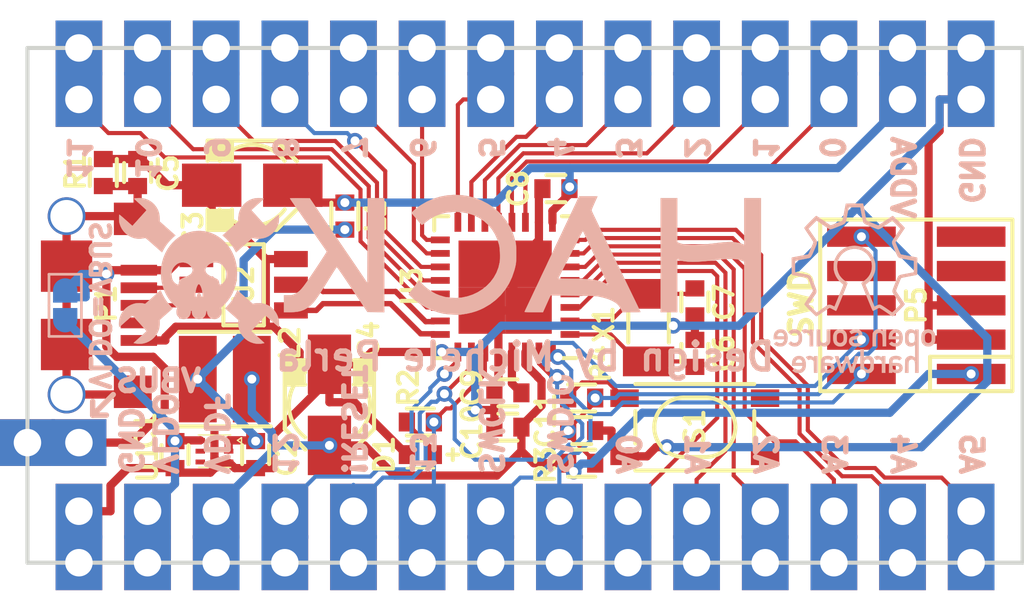
<source format=kicad_pcb>
(kicad_pcb (version 20171130) (host pcbnew "(5.1.12)-1")
  (layers (0 F.Cu signal) (31 B.Cu signal) (34 B.Paste user hide) (35 F.Paste user hide) (36 B.SilkS user hide) (37 F.SilkS user hide) (38 B.Mask user hide) (39 F.Mask user hide) (44 Edge.Cuts user))
  (net 0 "")
  (net 1 GND)
  (net 2 XIN32)
  (net 3 XOUT32)
  (net 4 !RESET)
  (net 5 "Net-(P1-Pad2)")
  (net 6 "Net-(P1-Pad3)")
  (net 7 "Net-(R4-Pad2)")
  (net 8 PA30/SWCLK)
  (net 9 PA31/SWDIO)
  (net 10 VDDF)
  (net 11 VDDANA)
  (net 12 VDD)
  (net 13 VBUS)
  (net 14 USB-D-)
  (net 15 USB-D+)
  (net 16 "Net-(D1-Pad1)")
  (net 17 VLDO)
  (net 18 PA02/A0)
  (net 19 PA03/A1)
  (net 20 PA04/A2)
  (net 21 PA05/A3)
  (net 22 PA06/A4)
  (net 23 PA07/A5)
  (net 24 PA28/13)
  (net 25 PA08/0)
  (net 26 PA09/1)
  (net 27 PA10/2)
  (net 28 PA11/3)
  (net 29 PA14/4)
  (net 30 PA15/5)
  (net 31 PA16/6)
  (net 32 PA17/7)
  (net 33 PA18/8)
  (net 34 PA19/9)
  (net 35 PA22/10)
  (net 36 PA23/11)
  (net 37 PA27/12)
  (net 38 /shield)
  (net 39 /VDDCORE)
  (net 40 "Net-(P1-Pad4)")
  (net 41 "Net-(S1-Pad2)")
  (net 42 "Net-(S1-Pad4)")
  (net 43 "Net-(U1-Pad5)")
  (net 44 "Net-(U1-Pad4)")
  (net 45 "Net-(P5-Pad6)")
  (net 46 "Net-(P5-Pad7)")
  (net 47 "Net-(P5-Pad8)")
  (net 48 "Net-(P5-Pad9)")
  (module hack-footprints:Pin_Castellated_1x14 (layer B.Cu) (at 154.94 76.835 270)
    (fp_text reference P3 hide)
    (fp_text value CONN_01X14)
    (pad 13 thru_hole rect (at 1.905 -30.48 270) (size 2.032 1.7272) (drill 1.016) (layers *.Cu *.Mask) (net 11 VDDANA))
    (pad 12 thru_hole rect (at 1.905 -27.94 270) (size 2.032 1.7272) (drill 1.016) (layers *.Cu *.Mask) (net 25 PA08/0))
    (pad 11 thru_hole rect (at 1.905 -25.4 270) (size 2.032 1.7272) (drill 1.016) (layers *.Cu *.Mask) (net 26 PA09/1))
    (pad 10 thru_hole rect (at 1.905 -22.86 270) (size 2.032 1.7272) (drill 1.016) (layers *.Cu *.Mask) (net 27 PA10/2))
    (pad 9 thru_hole rect (at 1.905 -20.32 270) (size 2.032 1.7272) (drill 1.016) (layers *.Cu *.Mask) (net 28 PA11/3))
    (pad 8 thru_hole rect (at 1.905 -17.78 270) (size 2.032 1.7272) (drill 1.016) (layers *.Cu *.Mask) (net 29 PA14/4))
    (pad 7 thru_hole rect (at 1.905 -15.24 270) (size 2.032 1.7272) (drill 1.016) (layers *.Cu *.Mask) (net 30 PA15/5))
    (pad 6 thru_hole rect (at 1.905 -12.7 270) (size 2.032 1.7272) (drill 1.016) (layers *.Cu *.Mask) (net 31 PA16/6))
    (pad 5 thru_hole rect (at 1.905 -10.16 270) (size 2.032 1.7272) (drill 1.016) (layers *.Cu *.Mask) (net 32 PA17/7))
    (pad 4 thru_hole rect (at 1.905 -7.62 270) (size 2.032 1.7272) (drill 1.016) (layers *.Cu *.Mask) (net 33 PA18/8))
    (pad 3 thru_hole rect (at 1.905 -5.08 270) (size 2.032 1.7272) (drill 1.016) (layers *.Cu *.Mask) (net 34 PA19/9))
    (pad 2 thru_hole rect (at 1.905 -2.54 270) (size 2.032 1.7272) (drill 1.016) (layers *.Cu *.Mask) (net 35 PA22/10))
    (pad 1 thru_hole rect (at 1.905 0 270) (size 2.032 1.7272) (drill 1.016) (layers *.Cu *.Mask) (net 36 PA23/11))
    (pad 1 thru_hole rect (at 0 0 270) (size 2.032 1.7272) (drill 1.016) (layers *.Cu *.Mask) (net 36 PA23/11))
    (pad 2 thru_hole rect (at 0 -2.54 270) (size 2.032 1.7272) (drill 1.016) (layers *.Cu *.Mask) (net 35 PA22/10))
    (pad 3 thru_hole rect (at 0 -5.08 270) (size 2.032 1.7272) (drill 1.016) (layers *.Cu *.Mask) (net 34 PA19/9))
    (pad 4 thru_hole rect (at 0 -7.62 270) (size 2.032 1.7272) (drill 1.016) (layers *.Cu *.Mask) (net 33 PA18/8))
    (pad 5 thru_hole rect (at 0 -10.16 270) (size 2.032 1.7272) (drill 1.016) (layers *.Cu *.Mask) (net 32 PA17/7))
    (pad 6 thru_hole rect (at 0 -12.7 270) (size 2.032 1.7272) (drill 1.016) (layers *.Cu *.Mask) (net 31 PA16/6))
    (pad 7 thru_hole rect (at 0 -15.24 270) (size 2.032 1.7272) (drill 1.016) (layers *.Cu *.Mask) (net 30 PA15/5))
    (pad 8 thru_hole rect (at 0 -17.78 270) (size 2.032 1.7272) (drill 1.016) (layers *.Cu *.Mask) (net 29 PA14/4))
    (pad 9 thru_hole rect (at 0 -20.32 270) (size 2.032 1.7272) (drill 1.016) (layers *.Cu *.Mask) (net 28 PA11/3))
    (pad 10 thru_hole rect (at 0 -22.86 270) (size 2.032 1.7272) (drill 1.016) (layers *.Cu *.Mask) (net 27 PA10/2))
    (pad 11 thru_hole rect (at 0 -25.4 270) (size 2.032 1.7272) (drill 1.016) (layers *.Cu *.Mask) (net 26 PA09/1))
    (pad 12 thru_hole rect (at 0 -27.94 270) (size 2.032 1.7272) (drill 1.016) (layers *.Cu *.Mask) (net 25 PA08/0))
    (pad 13 thru_hole rect (at 0 -30.48 270) (size 2.032 1.7272) (drill 1.016) (layers *.Cu *.Mask) (net 11 VDDANA))
    (pad 14 thru_hole rect (at 1.905 -33.02 270) (size 2.032 1.7272) (drill 1.016) (layers *.Cu *.Mask) (net 1 GND))
    (pad 14 thru_hole rect (at 0 -33.02 270) (size 2.032 1.7272) (drill 1.016) (layers *.Cu *.Mask) (net 1 GND))
  )
  (module Pin_Castellated_1x01 (layer F.Cu) (at 154.94 91.44 180)
    (fp_text reference P4 hide)
    (fp_text value CONN_01X01)
    (pad 1 thru_hole rect (at 0 0 180) (size 2.032 1.7272) (drill 1.016) (layers *.Cu *.Mask) (net 13 VBUS))
    (pad 1 thru_hole rect (at 1.905 0 180) (size 2.032 1.7272) (drill 1.016) (layers *.Cu *.Mask) (net 13 VBUS))
  )
  (module 10118193-0001LF (layer F.Cu) (at 154.483 86.36)
    (fp_text reference P1 (at 1.4732 -0.0635 270) (layer F.SilkS) (effects (font (size 0.7 0.7))))
    (fp_text value USB_micro)
    (pad 1 smd rect (at 2.675 -1.3) (size 1.35 0.4) (layers F.Cu F.Paste F.Mask) (net 13 VBUS) (clearance 0.0762))
    (pad 2 smd rect (at 2.675 -0.65) (size 1.35 0.4) (layers F.Cu F.Paste F.Mask) (net 5 "Net-(P1-Pad2)") (clearance 0.0762))
    (pad 3 smd rect (at 2.675 0) (size 1.35 0.4) (layers F.Cu F.Paste F.Mask) (net 6 "Net-(P1-Pad3)") (clearance 0.0762))
    (pad 4 smd rect (at 2.675 0.65) (size 1.35 0.4) (layers F.Cu F.Paste F.Mask) (net 40 "Net-(P1-Pad4)") (clearance 0.0762))
    (pad 5 smd rect (at 2.675 1.3) (size 1.35 0.4) (layers F.Cu F.Paste F.Mask) (net 1 GND) (clearance 0.0762))
    (pad 6 thru_hole circle (at 0 -3.3) (size 1.4 1.4) (drill 1.2) (layers *.Cu *.Mask) (net 38 /shield) (clearance 0.0762))
    (pad 6 thru_hole circle (at 0 3.3) (size 1.4 1.4) (drill 1.2) (layers *.Cu *.Mask) (net 38 /shield) (clearance 0.0762))
    (pad 6 smd rect (at 2.45 3.2) (size 1.4 1.2) (layers F.Cu F.Paste F.Mask) (net 38 /shield) (clearance 0.0762))
    (pad 6 smd rect (at 2.45 -3.2) (size 1.4 1.2) (layers F.Cu F.Paste F.Mask) (net 38 /shield) (clearance 0.0762))
    (pad 6 smd rect (at 0 1.45) (size 1.9 1.9) (layers F.Cu F.Paste F.Mask) (net 38 /shield) (clearance 0.0762))
    (pad 6 smd rect (at 0 -1.45) (size 1.9 1.9) (layers F.Cu F.Paste F.Mask) (net 38 /shield) (clearance 0.0762))
  )
  (module DFN-6-1EP_1.2x1.2mm_Pitch0.4mm (layer F.Cu) (at 159.956 91.7575 90)
    (fp_text reference U1 (at -0.4445 -2.4765 270) (layer F.SilkS) (effects (font (size 0.7 0.7))))
    (fp_text value MIC5528)
    (pad 3 smd rect (at -0.4 0.525 180) (size 0.35 0.18) (layers F.Cu F.Paste F.Mask) (net 1 GND) (clearance 0.0762))
    (pad 2 smd rect (at 0 0.525 180) (size 0.35 0.18) (layers F.Cu F.Paste F.Mask) (net 12 VDD) (clearance 0.0762))
    (pad 1 smd rect (at 0.4 0.525 180) (size 0.35 0.18) (layers F.Cu F.Paste F.Mask) (net 12 VDD) (clearance 0.0762))
    (pad 6 smd rect (at 0.4 -0.525 180) (size 0.35 0.18) (layers F.Cu F.Paste F.Mask) (net 17 VLDO) (clearance 0.0762))
    (pad 5 smd rect (at 0 -0.525 180) (size 0.35 0.18) (layers F.Cu F.Paste F.Mask) (net 43 "Net-(U1-Pad5)") (clearance 0.0762))
    (pad 4 smd rect (at -0.4 -0.525 180) (size 0.35 0.18) (layers F.Cu F.Paste F.Mask) (net 44 "Net-(U1-Pad4)") (clearance 0.0762))
    (pad 7 smd rect (at 0 0 180) (size 0.3 1.5) (layers F.Cu F.Paste F.Mask) (net 1 GND) (clearance 0.0762))
  )
  (module hack-footprints:OSHW-LOGO (layer B.Cu) (at 183.642 85.725 180)
    (fp_text reference LOGO1 hide)
    (fp_text value OSHW hide)
  )
  (module SPST-PTS_810 (layer F.Cu) (at 177.733 90.873 90)
    (fp_text reference S1 (at 0 0 270) (layer F.SilkS) (effects (font (size 0.7 0.7))))
    (fp_text value RST)
    (pad 1 smd rect (at -1.075 -2.6 180) (size 1.05 0.65) (layers F.Cu F.Paste F.Mask) (net 1 GND) (clearance 0.0762))
    (pad 2 smd rect (at -1.075 2.6 180) (size 1.05 0.65) (layers F.Cu F.Paste F.Mask) (net 41 "Net-(S1-Pad2)") (clearance 0.0762))
    (pad 4 smd rect (at 1.075 2.6 180) (size 1.05 0.65) (layers F.Cu F.Paste F.Mask) (net 42 "Net-(S1-Pad4)") (clearance 0.0762))
    (pad 3 smd rect (at 1.075 -2.6 180) (size 1.05 0.65) (layers F.Cu F.Paste F.Mask) (net 7 "Net-(R4-Pad2)") (clearance 0.0762))
  )
  (module xtal_3.2x1.5mm (layer F.Cu) (at 176.022 87.1855 180)
    (fp_text reference X1 (at 1.651 0.127 90) (layer F.SilkS) (effects (font (size 0.7 0.7))))
    (fp_text value ABS07)
    (pad 1 smd rect (at 0 -1.25 180) (size 1.9 1.1) (layers F.Cu F.Paste F.Mask) (net 2 XIN32) (clearance 0.0762))
    (pad 2 smd rect (at 0 1.25 180) (size 1.9 1.1) (layers F.Cu F.Paste F.Mask) (net 3 XOUT32) (clearance 0.0762))
  )
  (module TSOP-6 (layer F.Cu) (at 161.036 85.598 270)
    (fp_text reference U2 (at 0 0 270) (layer F.SilkS) (effects (font (size 0.7 0.7))))
    (fp_text value STF202 hide)
    (pad 6 smd rect (at -0.95 -1.75 270) (size 0.6 1.25) (layers F.Cu F.Paste F.Mask) (net 1 GND))
    (pad 5 smd rect (at 0 -1.75 270) (size 0.6 1.25) (layers F.Cu F.Paste F.Mask) (net 14 USB-D-))
    (pad 4 smd rect (at 0.95 -1.75 270) (size 0.6 1.25) (layers F.Cu F.Paste F.Mask) (net 15 USB-D+))
    (pad 3 smd rect (at 0.95 1.75 270) (size 0.6 1.25) (layers F.Cu F.Paste F.Mask) (net 6 "Net-(P1-Pad3)"))
    (pad 2 smd rect (at 0 1.75 270) (size 0.6 1.25) (layers F.Cu F.Paste F.Mask) (net 5 "Net-(P1-Pad2)"))
    (pad 1 smd rect (at -0.95 1.75 270) (size 0.6 1.25) (layers F.Cu F.Paste F.Mask) (net 13 VBUS))
  )
  (module hack-footprints:c_elec_3x5.3 (layer F.Cu) (at 161.354 81.915 90)
    (fp_text reference C3 (at -1.651 -2.1971 270) (layer F.SilkS) (effects (font (size 0.7 0.7))))
    (fp_text value 10uF)
    (pad 1 smd rect (at 0 1.50114) (size 2.19964 1.6002) (layers F.Cu F.Paste F.Mask) (net 11 VDDANA))
    (pad 2 smd rect (at 0 -1.50114) (size 2.19964 1.6002) (layers F.Cu F.Paste F.Mask) (net 1 GND))
  )
  (module hack-footprints:c_elec_3x5.3 (layer F.Cu) (at 164.211 90.043)
    (fp_text reference C4 (at 1.4605 -2.413 90) (layer F.SilkS) (effects (font (size 0.7 0.7))))
    (fp_text value 10uF)
    (pad 1 smd rect (at 0 1.50114 270) (size 2.19964 1.6002) (layers F.Cu F.Paste F.Mask) (net 10 VDDF))
    (pad 2 smd rect (at 0 -1.50114 270) (size 2.19964 1.6002) (layers F.Cu F.Paste F.Mask) (net 1 GND))
  )
  (module hack-footprints:QFN-32-1EP_5x5mm_Pitch0.5mm (layer F.Cu) (at 170.714 85.688 180)
    (fp_text reference U3 (at 3.4555 0.0265 90) (layer F.SilkS) (effects (font (size 0.7 0.7))))
    (fp_text value ATSAMD21E)
    (pad 1 smd rect (at -2.4 -1.75 180) (size 0.7 0.25) (layers F.Cu F.Paste F.Mask) (net 2 XIN32))
    (pad 2 smd rect (at -2.4 -1.25 180) (size 0.7 0.25) (layers F.Cu F.Paste F.Mask) (net 3 XOUT32))
    (pad 3 smd rect (at -2.4 -0.75 180) (size 0.7 0.25) (layers F.Cu F.Paste F.Mask) (net 18 PA02/A0))
    (pad 4 smd rect (at -2.4 -0.25 180) (size 0.7 0.25) (layers F.Cu F.Paste F.Mask) (net 19 PA03/A1))
    (pad 5 smd rect (at -2.4 0.25 180) (size 0.7 0.25) (layers F.Cu F.Paste F.Mask) (net 20 PA04/A2))
    (pad 6 smd rect (at -2.4 0.75 180) (size 0.7 0.25) (layers F.Cu F.Paste F.Mask) (net 21 PA05/A3))
    (pad 7 smd rect (at -2.4 1.25 180) (size 0.7 0.25) (layers F.Cu F.Paste F.Mask) (net 22 PA06/A4))
    (pad 8 smd rect (at -2.4 1.75 180) (size 0.7 0.25) (layers F.Cu F.Paste F.Mask) (net 23 PA07/A5))
    (pad 9 smd rect (at -1.75 2.4 270) (size 0.7 0.25) (layers F.Cu F.Paste F.Mask) (net 11 VDDANA))
    (pad 10 smd rect (at -1.25 2.4 270) (size 0.7 0.25) (layers F.Cu F.Paste F.Mask) (net 1 GND))
    (pad 11 smd rect (at -0.75 2.4 270) (size 0.7 0.25) (layers F.Cu F.Paste F.Mask) (net 25 PA08/0))
    (pad 12 smd rect (at -0.25 2.4 270) (size 0.7 0.25) (layers F.Cu F.Paste F.Mask) (net 26 PA09/1))
    (pad 13 smd rect (at 0.25 2.4 270) (size 0.7 0.25) (layers F.Cu F.Paste F.Mask) (net 27 PA10/2))
    (pad 14 smd rect (at 0.75 2.4 270) (size 0.7 0.25) (layers F.Cu F.Paste F.Mask) (net 28 PA11/3))
    (pad 15 smd rect (at 1.25 2.4 270) (size 0.7 0.25) (layers F.Cu F.Paste F.Mask) (net 29 PA14/4))
    (pad 16 smd rect (at 1.75 2.4 270) (size 0.7 0.25) (layers F.Cu F.Paste F.Mask) (net 30 PA15/5))
    (pad 17 smd rect (at 2.4 1.75 180) (size 0.7 0.25) (layers F.Cu F.Paste F.Mask) (net 31 PA16/6))
    (pad 18 smd rect (at 2.4 1.25 180) (size 0.7 0.25) (layers F.Cu F.Paste F.Mask) (net 32 PA17/7))
    (pad 19 smd rect (at 2.4 0.75 180) (size 0.7 0.25) (layers F.Cu F.Paste F.Mask) (net 33 PA18/8))
    (pad 20 smd rect (at 2.4 0.25 180) (size 0.7 0.25) (layers F.Cu F.Paste F.Mask) (net 34 PA19/9))
    (pad 21 smd rect (at 2.4 -0.25 180) (size 0.7 0.25) (layers F.Cu F.Paste F.Mask) (net 35 PA22/10))
    (pad 22 smd rect (at 2.4 -0.75 180) (size 0.7 0.25) (layers F.Cu F.Paste F.Mask) (net 36 PA23/11))
    (pad 23 smd rect (at 2.4 -1.25 180) (size 0.7 0.25) (layers F.Cu F.Paste F.Mask) (net 14 USB-D-))
    (pad 24 smd rect (at 2.4 -1.75 180) (size 0.7 0.25) (layers F.Cu F.Paste F.Mask) (net 15 USB-D+))
    (pad 25 smd rect (at 1.75 -2.4 270) (size 0.7 0.25) (layers F.Cu F.Paste F.Mask) (net 37 PA27/12))
    (pad 26 smd rect (at 1.25 -2.4 270) (size 0.7 0.25) (layers F.Cu F.Paste F.Mask) (net 4 !RESET))
    (pad 27 smd rect (at 0.75 -2.4 270) (size 0.7 0.25) (layers F.Cu F.Paste F.Mask) (net 24 PA28/13))
    (pad 28 smd rect (at 0.25 -2.4 270) (size 0.7 0.25) (layers F.Cu F.Paste F.Mask) (net 1 GND))
    (pad 29 smd rect (at -0.25 -2.4 270) (size 0.7 0.25) (layers F.Cu F.Paste F.Mask) (net 39 /VDDCORE))
    (pad 30 smd rect (at -0.75 -2.4 270) (size 0.7 0.25) (layers F.Cu F.Paste F.Mask) (net 10 VDDF))
    (pad 31 smd rect (at -1.25 -2.4 270) (size 0.7 0.25) (layers F.Cu F.Paste F.Mask) (net 8 PA30/SWCLK))
    (pad 32 smd rect (at -1.75 -2.4 270) (size 0.7 0.25) (layers F.Cu F.Paste F.Mask) (net 9 PA31/SWDIO))
    (pad 33 smd rect (at 0.8625 0.8625 180) (size 1.725 1.725) (layers F.Cu F.Paste F.Mask) (net 1 GND))
    (pad 33 smd rect (at 0.8625 -0.8625 180) (size 1.725 1.725) (layers F.Cu F.Paste F.Mask) (net 1 GND))
    (pad 33 smd rect (at -0.8625 0.8625 180) (size 1.725 1.725) (layers F.Cu F.Paste F.Mask) (net 1 GND))
    (pad 33 smd rect (at -0.8625 -0.8625 180) (size 1.725 1.725) (layers F.Cu F.Paste F.Mask) (net 1 GND))
  )
  (module hack-footprints:HACKADAY-LOGO (layer B.Cu) (at 159.385 85.09 180)
    (fp_text reference LOGO2 hide)
    (fp_text value HACKADAY hide)
  )
  (module hack-footprints:R_0603 (layer F.Cu) (at 173.546 89.789 180)
    (fp_text reference R4 (at -0.6985 1.27 270) (layer F.SilkS) (effects (font (size 0.7 0.7))))
    (fp_text value 330)
    (pad 1 smd rect (at -0.5 0 180) (size 0.6 0.7) (layers F.Cu F.Paste F.Mask) (net 4 !RESET) (clearance 0.0762))
    (pad 2 smd rect (at 0.5 0 180) (size 0.6 0.7) (layers F.Cu F.Paste F.Mask) (net 7 "Net-(R4-Pad2)") (clearance 0.0762))
  )
  (module hack-footprints:R_0603 (layer F.Cu) (at 173.546 92.202 180)
    (fp_text reference R3 (at 1.3335 -0.0635 270) (layer F.SilkS) (effects (font (size 0.7 0.7))))
    (fp_text value 10k)
    (pad 1 smd rect (at -0.5 0 180) (size 0.6 0.7) (layers F.Cu F.Paste F.Mask) (net 4 !RESET) (clearance 0.0762))
    (pad 2 smd rect (at 0.5 0 180) (size 0.6 0.7) (layers F.Cu F.Paste F.Mask) (net 10 VDDF) (clearance 0.0762))
  )
  (module hack-footprints:R_0603 (layer F.Cu) (at 167.576 90.678 180)
    (fp_text reference R2 (at 0.4445 1.27 270) (layer F.SilkS) (effects (font (size 0.7 0.7))))
    (fp_text value 330)
    (pad 1 smd rect (at -0.5 0 180) (size 0.6 0.7) (layers F.Cu F.Paste F.Mask) (net 24 PA28/13) (clearance 0.0762))
    (pad 2 smd rect (at 0.5 0 180) (size 0.6 0.7) (layers F.Cu F.Paste F.Mask) (net 16 "Net-(D1-Pad1)") (clearance 0.0762))
  )
  (module hack-footprints:R_0603 (layer F.Cu) (at 155.842 81.4451 270)
    (fp_text reference R1 (at -0.0381 1.0287 90) (layer F.SilkS) (effects (font (size 0.7 0.7))))
    (fp_text value 1M)
    (pad 1 smd rect (at -0.5 0 270) (size 0.6 0.7) (layers F.Cu F.Paste F.Mask) (net 1 GND) (clearance 0.0762))
    (pad 2 smd rect (at 0.5 0 270) (size 0.6 0.7) (layers F.Cu F.Paste F.Mask) (net 38 /shield) (clearance 0.0762))
  )
  (module hack-footprints:C_0603 (layer F.Cu) (at 158.496 91.8845 270)
    (fp_text reference C1 (at -0.889 1.0795 270) (layer F.SilkS) (effects (font (size 0.7 0.7))))
    (fp_text value 2.2uF)
    (pad 1 smd rect (at -0.5 0 270) (size 0.6 0.7) (layers F.Cu F.Paste F.Mask) (net 17 VLDO))
    (pad 2 smd rect (at 0.5 0 270) (size 0.6 0.7) (layers F.Cu F.Paste F.Mask) (net 1 GND))
  )
  (module hack-footprints:C_0603 (layer F.Cu) (at 161.48 91.8845 270)
    (fp_text reference C2 (at 0.127 -1.143 270) (layer F.SilkS) (effects (font (size 0.7 0.7))))
    (fp_text value 2.2uF)
    (pad 1 smd rect (at -0.5 0 270) (size 0.6 0.7) (layers F.Cu F.Paste F.Mask) (net 12 VDD))
    (pad 2 smd rect (at 0.5 0 270) (size 0.6 0.7) (layers F.Cu F.Paste F.Mask) (net 1 GND))
  )
  (module hack-footprints:C_0603 (layer F.Cu) (at 173.546 90.9955)
    (fp_text reference C11 (at -1.3335 -0.381 270) (layer F.SilkS) (effects (font (size 0.7 0.7))))
    (fp_text value 100nF)
    (pad 1 smd rect (at -0.5 0) (size 0.6 0.7) (layers F.Cu F.Paste F.Mask) (net 4 !RESET))
    (pad 2 smd rect (at 0.5 0) (size 0.6 0.7) (layers F.Cu F.Paste F.Mask) (net 1 GND))
  )
  (module hack-footprints:C_0603 (layer F.Cu) (at 170.815 90.8685 180)
    (fp_text reference C10 (at 1.3335 -0.1905 270) (layer F.SilkS) (effects (font (size 0.7 0.7))))
    (fp_text value 100nF)
    (pad 1 smd rect (at -0.5 0 180) (size 0.6 0.7) (layers F.Cu F.Paste F.Mask) (net 10 VDDF))
    (pad 2 smd rect (at 0.5 0 180) (size 0.6 0.7) (layers F.Cu F.Paste F.Mask) (net 1 GND))
  )
  (module hack-footprints:C_0603 (layer F.Cu) (at 172.593 82.042 180)
    (fp_text reference C8 (at 1.397 0 270) (layer F.SilkS) (effects (font (size 0.7 0.7))))
    (fp_text value 100nF)
    (pad 1 smd rect (at -0.5 0 180) (size 0.6 0.7) (layers F.Cu F.Paste F.Mask) (net 11 VDDANA))
    (pad 2 smd rect (at 0.5 0 180) (size 0.6 0.7) (layers F.Cu F.Paste F.Mask) (net 1 GND))
  )
  (module hack-footprints:C_0603 (layer F.Cu) (at 177.736 86.233 270)
    (fp_text reference C7 (at 0.0127 -1.0795 270) (layer F.SilkS) (effects (font (size 0.7 0.7))))
    (fp_text value 10pF)
    (pad 1 smd rect (at -0.5 0 270) (size 0.6 0.7) (layers F.Cu F.Paste F.Mask) (net 3 XOUT32))
    (pad 2 smd rect (at 0.5 0 270) (size 0.6 0.7) (layers F.Cu F.Paste F.Mask) (net 1 GND))
  )
  (module hack-footprints:C_0603 (layer F.Cu) (at 177.736 88.138 90)
    (fp_text reference C6 (at 0 1.0795 90) (layer F.SilkS) (effects (font (size 0.7 0.7))))
    (fp_text value 10pF)
    (pad 1 smd rect (at -0.5 0 90) (size 0.6 0.7) (layers F.Cu F.Paste F.Mask) (net 2 XIN32))
    (pad 2 smd rect (at 0.5 0 90) (size 0.6 0.7) (layers F.Cu F.Paste F.Mask) (net 1 GND))
  )
  (module hack-footprints:C_0603 (layer F.Cu) (at 157.112 81.4451 270)
    (fp_text reference C5 (at 0.0254 -1.1303 270) (layer F.SilkS) (effects (font (size 0.7 0.7))))
    (fp_text value 4.7nF)
    (pad 1 smd rect (at -0.5 0 270) (size 0.6 0.7) (layers F.Cu F.Paste F.Mask) (net 1 GND))
    (pad 2 smd rect (at 0.5 0 270) (size 0.6 0.7) (layers F.Cu F.Paste F.Mask) (net 38 /shield))
  )
  (module hack-footprints:C_0603 (layer F.Cu) (at 170.815 89.5985 180)
    (fp_text reference C9 (at 1.3335 0.1905 270) (layer F.SilkS) (effects (font (size 0.7 0.7))))
    (fp_text value 100nF)
    (pad 1 smd rect (at -0.5 0 180) (size 0.6 0.7) (layers F.Cu F.Paste F.Mask) (net 39 /VDDCORE))
    (pad 2 smd rect (at 0.5 0 180) (size 0.6 0.7) (layers F.Cu F.Paste F.Mask) (net 1 GND))
  )
  (module hack-footprints:LED_0603 (layer F.Cu) (at 167.576 91.8845 180)
    (fp_text reference D1 (at 1.3335 0 270) (layer F.SilkS) (effects (font (size 0.7 0.7))))
    (fp_text value RED)
    (pad 1 smd rect (at -0.5 0 180) (size 0.6 0.7) (layers F.Cu F.Paste F.Mask) (net 16 "Net-(D1-Pad1)"))
    (pad 2 smd rect (at 0.5 0 180) (size 0.6 0.7) (layers F.Cu F.Paste F.Mask) (net 1 GND))
  )
  (module hack-footprints:ELLVFG (layer F.Cu) (at 160.338 89.0905)
    (fp_text reference L2 (at 2.413 -1.3335 90) (layer F.SilkS) (effects (font (size 0.7 0.7))))
    (fp_text value 10uH hide)
    (pad 1 smd trapezoid (at -1 0) (size 1.4 3.2) (layers F.Cu F.Paste F.Mask) (net 12 VDD))
    (pad 2 smd trapezoid (at 1 0) (size 1.4 3.2) (layers F.Cu F.Paste F.Mask) (net 10 VDDF))
  )
  (module hack-footprints:L_0603 (layer F.Cu) (at 164.782 83.058 90)
    (fp_text reference L1 (at 0 1.143 90) (layer F.SilkS) (effects (font (size 0.7 0.7))))
    (fp_text value BLM18EG221)
    (pad 1 smd rect (at -0.5 0 90) (size 0.6 0.7) (layers F.Cu F.Paste F.Mask) (net 12 VDD) (clearance 0.0762))
    (pad 2 smd rect (at 0.5 0 90) (size 0.6 0.7) (layers F.Cu F.Paste F.Mask) (net 11 VDDANA) (clearance 0.0762))
  )
  (module hack-footprints:SMD_Jumper (layer B.Cu) (at 154.432 86.36 270)
    (fp_text reference JP1 hide)
    (fp_text value Jumper_NO_Small)
    (pad 2 smd circle (at 0.55 0 270) (size 0.9 0.9) (layers B.Cu B.Mask) (net 17 VLDO))
    (pad 1 smd rect (at -0.3 0 270) (size 0.4 0.9) (layers B.Cu B.Mask) (net 13 VBUS))
    (pad 2 smd rect (at 0.3 0 270) (size 0.4 0.9) (layers B.Cu B.Mask) (net 17 VLDO))
    (pad 1 smd circle (at -0.55 0 270) (size 0.9 0.9) (layers B.Cu B.Mask) (net 13 VBUS))
  )
  (module hack-footprints:HACK-small (layer B.Cu) (at 171.45 84.455 180)
    (fp_text reference LOGO3 hide)
    (fp_text value HACK hide)
  )
  (module hack-footprints:Pin_Castellated_1x14 (layer B.Cu) (at 154.94 93.98 270)
    (fp_text reference P2 hide)
    (fp_text value CONN_01X14)
    (pad 13 thru_hole rect (at 1.905 -30.48 270) (size 2.032 1.7272) (drill 1.016) (layers *.Cu *.Mask) (net 22 PA06/A4))
    (pad 12 thru_hole rect (at 1.905 -27.94 270) (size 2.032 1.7272) (drill 1.016) (layers *.Cu *.Mask) (net 21 PA05/A3))
    (pad 11 thru_hole rect (at 1.905 -25.4 270) (size 2.032 1.7272) (drill 1.016) (layers *.Cu *.Mask) (net 20 PA04/A2))
    (pad 10 thru_hole rect (at 1.905 -22.86 270) (size 2.032 1.7272) (drill 1.016) (layers *.Cu *.Mask) (net 19 PA03/A1))
    (pad 9 thru_hole rect (at 1.905 -20.32 270) (size 2.032 1.7272) (drill 1.016) (layers *.Cu *.Mask) (net 18 PA02/A0))
    (pad 8 thru_hole rect (at 1.905 -17.78 270) (size 2.032 1.7272) (drill 1.016) (layers *.Cu *.Mask) (net 9 PA31/SWDIO))
    (pad 7 thru_hole rect (at 1.905 -15.24 270) (size 2.032 1.7272) (drill 1.016) (layers *.Cu *.Mask) (net 8 PA30/SWCLK))
    (pad 6 thru_hole rect (at 1.905 -12.7 270) (size 2.032 1.7272) (drill 1.016) (layers *.Cu *.Mask) (net 24 PA28/13))
    (pad 5 thru_hole rect (at 1.905 -10.16 270) (size 2.032 1.7272) (drill 1.016) (layers *.Cu *.Mask) (net 4 !RESET))
    (pad 4 thru_hole rect (at 1.905 -7.62 270) (size 2.032 1.7272) (drill 1.016) (layers *.Cu *.Mask) (net 37 PA27/12))
    (pad 3 thru_hole rect (at 1.905 -5.08 270) (size 2.032 1.7272) (drill 1.016) (layers *.Cu *.Mask) (net 10 VDDF))
    (pad 2 thru_hole rect (at 1.905 -2.54 270) (size 2.032 1.7272) (drill 1.016) (layers *.Cu *.Mask) (net 17 VLDO))
    (pad 1 thru_hole rect (at 1.905 0 270) (size 2.032 1.7272) (drill 1.016) (layers *.Cu *.Mask) (net 1 GND))
    (pad 1 thru_hole rect (at 0 0 270) (size 2.032 1.7272) (drill 1.016) (layers *.Cu *.Mask) (net 1 GND))
    (pad 2 thru_hole rect (at 0 -2.54 270) (size 2.032 1.7272) (drill 1.016) (layers *.Cu *.Mask) (net 17 VLDO))
    (pad 3 thru_hole rect (at 0 -5.08 270) (size 2.032 1.7272) (drill 1.016) (layers *.Cu *.Mask) (net 10 VDDF))
    (pad 4 thru_hole rect (at 0 -7.62 270) (size 2.032 1.7272) (drill 1.016) (layers *.Cu *.Mask) (net 37 PA27/12))
    (pad 5 thru_hole rect (at 0 -10.16 270) (size 2.032 1.7272) (drill 1.016) (layers *.Cu *.Mask) (net 4 !RESET))
    (pad 6 thru_hole rect (at 0 -12.7 270) (size 2.032 1.7272) (drill 1.016) (layers *.Cu *.Mask) (net 24 PA28/13))
    (pad 7 thru_hole rect (at 0 -15.24 270) (size 2.032 1.7272) (drill 1.016) (layers *.Cu *.Mask) (net 8 PA30/SWCLK))
    (pad 8 thru_hole rect (at 0 -17.78 270) (size 2.032 1.7272) (drill 1.016) (layers *.Cu *.Mask) (net 9 PA31/SWDIO))
    (pad 9 thru_hole rect (at 0 -20.32 270) (size 2.032 1.7272) (drill 1.016) (layers *.Cu *.Mask) (net 18 PA02/A0))
    (pad 10 thru_hole rect (at 0 -22.86 270) (size 2.032 1.7272) (drill 1.016) (layers *.Cu *.Mask) (net 19 PA03/A1))
    (pad 11 thru_hole rect (at 0 -25.4 270) (size 2.032 1.7272) (drill 1.016) (layers *.Cu *.Mask) (net 20 PA04/A2))
    (pad 12 thru_hole rect (at 0 -27.94 270) (size 2.032 1.7272) (drill 1.016) (layers *.Cu *.Mask) (net 21 PA05/A3))
    (pad 13 thru_hole rect (at 0 -30.48 270) (size 2.032 1.7272) (drill 1.016) (layers *.Cu *.Mask) (net 22 PA06/A4))
    (pad 14 thru_hole rect (at 1.905 -33.02 270) (size 2.032 1.7272) (drill 1.016) (layers *.Cu *.Mask) (net 23 PA07/A5))
    (pad 14 thru_hole rect (at 0 -33.02 270) (size 2.032 1.7272) (drill 1.016) (layers *.Cu *.Mask) (net 23 PA07/A5))
  )
  (module hack-footprints:Cortex_Debug_Connector_50mils (layer F.Cu) (at 185.93 88.9 180)
    (fp_text reference P5 (at 0 2.54 270) (layer F.SilkS) (effects (font (size 0.7 0.7))))
    (fp_text value CONN_SWD)
    (pad 1 smd rect (at -2.03 0 180) (size 2.54 0.75) (layers F.Cu F.Paste F.Mask) (net 10 VDDF) (clearance 0.0762))
    (pad 3 smd rect (at -2.03 1.27 180) (size 2.54 0.75) (layers F.Cu F.Paste F.Mask) (net 1 GND) (clearance 0.0762))
    (pad 5 smd rect (at -2.03 2.54 180) (size 2.54 0.75) (layers F.Cu F.Paste F.Mask) (net 1 GND) (clearance 0.0762))
    (pad 7 smd rect (at -2.03 3.81 180) (size 2.54 0.75) (layers F.Cu F.Paste F.Mask) (net 46 "Net-(P5-Pad7)") (clearance 0.0762))
    (pad 9 smd rect (at -2.03 5.08 180) (size 2.54 0.75) (layers F.Cu F.Paste F.Mask) (net 48 "Net-(P5-Pad9)") (clearance 0.0762))
    (pad 2 smd rect (at 2.03 0 180) (size 2.54 0.75) (layers F.Cu F.Paste F.Mask) (net 9 PA31/SWDIO) (clearance 0.0762))
    (pad 4 smd rect (at 2.03 1.27 180) (size 2.54 0.75) (layers F.Cu F.Paste F.Mask) (net 8 PA30/SWCLK) (clearance 0.0762))
    (pad 8 smd rect (at 2.03 3.81 180) (size 2.54 0.75) (layers F.Cu F.Paste F.Mask) (net 47 "Net-(P5-Pad8)") (clearance 0.0762))
    (pad 6 smd rect (at 2.03 2.54 180) (size 2.54 0.75) (layers F.Cu F.Paste F.Mask) (net 45 "Net-(P5-Pad6)") (clearance 0.0762))
    (pad 10 smd rect (at 2.03 5.08 180) (size 2.54 0.75) (layers F.Cu F.Paste F.Mask) (net 4 !RESET) (clearance 0.0762))
  )
  (gr_text SWD (at 181.6735 86.2965 90) (layer F.SilkS) (effects (font (size 0.8 0.8) (thickness 0.2))))
  (gr_text GND (at 187.96 80.01 270) (layer B.SilkS) (effects (font (size 0.8 0.8) (thickness 0.2)) (justify right mirror)))
  (gr_text 0 (at 182.88 80.01 90) (layer B.SilkS) (effects (font (size 0.8 0.8) (thickness 0.2)) (justify left mirror)))
  (gr_text A5 (at 187.96 92.71 270) (layer B.SilkS) (effects (font (size 0.8 0.8) (thickness 0.2)) (justify left mirror)))
  (gr_text GND (at 156.845 92.71 270) (layer B.SilkS) (effects (font (size 0.8 0.8) (thickness 0.2)) (justify left mirror)))
  (gr_text VLDO=VBUS (at 155.702 86.36 270) (layer B.SilkS) (effects (font (size 0.7 0.7) (thickness 0.175)) (justify mirror)))
  (gr_text VDDA (at 185.42 80.01 270) (layer B.SilkS) (effects (font (size 0.8 0.8) (thickness 0.2)) (justify right mirror)))
  (gr_text 1 (at 180.34 80.01 270) (layer B.SilkS) (effects (font (size 0.8 0.8) (thickness 0.2)) (justify right mirror)))
  (gr_text 2 (at 177.8 80.01 270) (layer B.SilkS) (effects (font (size 0.8 0.8) (thickness 0.2)) (justify right mirror)))
  (gr_text 3 (at 175.26 80.01 270) (layer B.SilkS) (effects (font (size 0.8 0.8) (thickness 0.2)) (justify right mirror)))
  (gr_text 4 (at 172.72 80.01 270) (layer B.SilkS) (effects (font (size 0.8 0.8) (thickness 0.2)) (justify right mirror)))
  (gr_text 5 (at 170.18 80.01 270) (layer B.SilkS) (effects (font (size 0.8 0.8) (thickness 0.2)) (justify right mirror)))
  (gr_text 6 (at 167.64 80.01 270) (layer B.SilkS) (effects (font (size 0.8 0.8) (thickness 0.2)) (justify right mirror)))
  (gr_text 7 (at 165.1 80.01 270) (layer B.SilkS) (effects (font (size 0.8 0.8) (thickness 0.2)) (justify right mirror)))
  (gr_text 8 (at 162.56 80.01 270) (layer B.SilkS) (effects (font (size 0.8 0.8) (thickness 0.2)) (justify right mirror)))
  (gr_text 9 (at 160.02 80.01 270) (layer B.SilkS) (effects (font (size 0.8 0.8) (thickness 0.2)) (justify right mirror)))
  (gr_text 10 (at 157.48 80.01 270) (layer B.SilkS) (effects (font (size 0.8 0.8) (thickness 0.2)) (justify right mirror)))
  (gr_text 11 (at 154.94 80.01 270) (layer B.SilkS) (effects (font (size 0.8 0.8) (thickness 0.2)) (justify right mirror)))
  (gr_text A4 (at 185.42 92.71 270) (layer B.SilkS) (effects (font (size 0.8 0.8) (thickness 0.2)) (justify left mirror)))
  (gr_text A3 (at 182.88 92.71 270) (layer B.SilkS) (effects (font (size 0.8 0.8) (thickness 0.2)) (justify left mirror)))
  (gr_text A2 (at 180.34 92.71 270) (layer B.SilkS) (effects (font (size 0.8 0.8) (thickness 0.2)) (justify left mirror)))
  (gr_text A1 (at 177.8 92.71 270) (layer B.SilkS) (effects (font (size 0.8 0.8) (thickness 0.2)) (justify left mirror)))
  (gr_text A0 (at 175.26 92.71 270) (layer B.SilkS) (effects (font (size 0.8 0.8) (thickness 0.2)) (justify left mirror)))
  (gr_text SWDIO (at 172.72 92.71 270) (layer B.SilkS) (effects (font (size 0.8 0.8) (thickness 0.2)) (justify left mirror)))
  (gr_text SWCLK (at 170.18 92.71 270) (layer B.SilkS) (effects (font (size 0.8 0.8) (thickness 0.2)) (justify left mirror)))
  (gr_text 13 (at 167.64 92.71 270) (layer B.SilkS) (effects (font (size 0.8 0.8) (thickness 0.2)) (justify left mirror)))
  (gr_text !RESET (at 165.1 92.71 270) (layer B.SilkS) (effects (font (size 0.8 0.8) (thickness 0.2)) (justify left mirror)))
  (gr_text 12 (at 162.56 92.71 270) (layer B.SilkS) (effects (font (size 0.8 0.8) (thickness 0.2)) (justify left mirror)))
  (gr_text VDDF (at 160.02 92.71 270) (layer B.SilkS) (effects (font (size 0.8 0.8) (thickness 0.2)) (justify left mirror)))
  (gr_text VLDO (at 158.115 92.71 270) (layer B.SilkS) (effects (font (size 0.8 0.8) (thickness 0.2)) (justify left mirror)))
  (gr_text VBUS (at 156.21 89.154) (layer B.SilkS) (effects (font (size 0.8 0.8) (thickness 0.2)) (justify right mirror)))
  (gr_text "Design by Michele Perla" (at 171.45 88.265) (layer B.SilkS) (effects (font (size 1 1) (thickness 0.2)) (justify mirror)))
  (gr_line (start 155.448 90.424) (end 155.956 90.424) (layer B.SilkS) (width 0.2))
  (gr_line (start 155.448 90.424) (end 155.448 89.916) (layer B.SilkS) (width 0.2))
  (gr_line (start 156.21 89.662) (end 155.448 90.424) (layer B.SilkS) (width 0.2))
  (gr_line (start 153.035 95.885) (end 153.035 76.835) (layer Edge.Cuts) (width 0.15))
  (gr_line (start 189.865 95.885) (end 153.035 95.885) (layer Edge.Cuts) (width 0.15))
  (gr_line (start 189.865 76.835) (end 189.865 95.885) (layer Edge.Cuts) (width 0.15))
  (gr_line (start 153.035 76.835) (end 189.865 76.835) (layer Edge.Cuts) (width 0.15))
  (segment (start 165.316 88.5419) (end 165.7725 88.0854) (width 0.3048) (layer F.Cu) (net 1))
  (segment (start 165.7725 88.0854) (end 168.3687 88.0854) (width 0.3048) (layer F.Cu) (net 1))
  (segment (start 169.6077 88.0854) (end 168.3687 88.0854) (width 0.3048) (layer B.Cu) (net 1))
  (segment (start 169.6077 88.0854) (end 169.6077 90.2335) (width 0.3048) (layer B.Cu) (net 1))
  (segment (start 176.9368 87.1148) (end 170.5783 87.1148) (width 0.3048) (layer B.Cu) (net 1))
  (segment (start 170.5783 87.1148) (end 169.6077 88.0854) (width 0.3048) (layer B.Cu) (net 1))
  (segment (start 164.211 88.5419) (end 165.316 88.5419) (width 0.3048) (layer F.Cu) (net 1))
  (segment (start 175.9629 91.948) (end 176.3026 91.6083) (width 0.3048) (layer F.Cu) (net 1))
  (segment (start 176.3026 91.6083) (end 176.7028 91.6083) (width 0.3048) (layer F.Cu) (net 1))
  (segment (start 176.7028 91.6083) (end 186.1234 91.6083) (width 0.3048) (layer B.Cu) (net 1))
  (segment (start 186.1234 91.6083) (end 188.5571 89.1746) (width 0.3048) (layer B.Cu) (net 1))
  (segment (start 188.5571 89.1746) (end 188.5571 87.5677) (width 0.3048) (layer B.Cu) (net 1))
  (segment (start 188.5571 87.5677) (end 183.7352 82.7457) (width 0.3048) (layer B.Cu) (net 1))
  (segment (start 175.133 91.948) (end 175.9629 91.948) (width 0.3048) (layer F.Cu) (net 1))
  (segment (start 154.94 93.98) (end 156.1085 93.98) (width 0.3048) (layer F.Cu) (net 1))
  (segment (start 156.1085 93.98) (end 156.1085 93.0306) (width 0.3048) (layer F.Cu) (net 1))
  (segment (start 156.1085 93.0306) (end 156.7546 92.3845) (width 0.3048) (layer F.Cu) (net 1))
  (segment (start 156.7546 92.3845) (end 158.496 92.3845) (width 0.3048) (layer F.Cu) (net 1))
  (segment (start 161.8561 87.153) (end 162.1662 87.153) (width 0.3048) (layer F.Cu) (net 1))
  (segment (start 162.1662 87.153) (end 163.106 88.0928) (width 0.3048) (layer F.Cu) (net 1))
  (segment (start 163.106 88.0928) (end 163.106 88.5419) (width 0.3048) (layer F.Cu) (net 1))
  (segment (start 158.1379 87.66) (end 158.1379 87.5384) (width 0.3048) (layer F.Cu) (net 1))
  (segment (start 158.1379 87.5384) (end 158.5233 87.153) (width 0.3048) (layer F.Cu) (net 1))
  (segment (start 158.5233 87.153) (end 161.8561 87.153) (width 0.3048) (layer F.Cu) (net 1))
  (segment (start 161.8561 84.648) (end 161.8561 87.153) (width 0.3048) (layer F.Cu) (net 1))
  (segment (start 164.211 88.5419) (end 163.106 88.5419) (width 0.3048) (layer F.Cu) (net 1))
  (segment (start 160.146 92.208) (end 159.956 92.0181) (width 0.3048) (layer F.Cu) (net 1))
  (segment (start 159.956 92.0181) (end 159.956 91.7575) (width 0.3048) (layer F.Cu) (net 1))
  (segment (start 160.5287 92.2052) (end 160.5258 92.2081) (width 0.3048) (layer F.Cu) (net 1))
  (segment (start 160.5258 92.2081) (end 160.146 92.2081) (width 0.3048) (layer F.Cu) (net 1))
  (segment (start 160.146 92.2081) (end 160.146 92.208) (width 0.3048) (layer F.Cu) (net 1))
  (segment (start 158.496 92.3845) (end 158.664 92.5525) (width 0.3048) (layer F.Cu) (net 1))
  (segment (start 158.664 92.5525) (end 159.8015 92.5525) (width 0.3048) (layer F.Cu) (net 1))
  (segment (start 159.8015 92.5525) (end 160.146 92.208) (width 0.3048) (layer F.Cu) (net 1))
  (segment (start 183.7352 82.7457) (end 179.3661 87.1148) (width 0.3048) (layer B.Cu) (net 1))
  (segment (start 179.3661 87.1148) (end 176.9368 87.1148) (width 0.3048) (layer B.Cu) (net 1))
  (segment (start 186.7915 78.74) (end 186.7915 79.6894) (width 0.3048) (layer B.Cu) (net 1))
  (segment (start 186.7915 79.6894) (end 183.7352 82.7457) (width 0.3048) (layer B.Cu) (net 1))
  (segment (start 174.6509 90.9955) (end 174.6509 91.4659) (width 0.3048) (layer F.Cu) (net 1))
  (segment (start 174.6509 91.4659) (end 175.133 91.948) (width 0.3048) (layer F.Cu) (net 1))
  (segment (start 157.158 87.66) (end 158.1379 87.66) (width 0.3048) (layer F.Cu) (net 1))
  (segment (start 161.9705 84.648) (end 161.8561 84.648) (width 0.3048) (layer F.Cu) (net 1))
  (segment (start 162.786 84.648) (end 161.9705 84.648) (width 0.3048) (layer F.Cu) (net 1))
  (segment (start 159.8529 81.915) (end 159.8529 83.02) (width 0.3048) (layer F.Cu) (net 1))
  (segment (start 159.8529 83.02) (end 160.2281 83.02) (width 0.3048) (layer F.Cu) (net 1))
  (segment (start 160.2281 83.02) (end 161.8561 84.648) (width 0.3048) (layer F.Cu) (net 1))
  (segment (start 157.112 80.9451) (end 157.2423 80.9451) (width 0.3048) (layer F.Cu) (net 1))
  (segment (start 157.2423 80.9451) (end 158.2122 81.915) (width 0.3048) (layer F.Cu) (net 1))
  (segment (start 158.2122 81.915) (end 159.8529 81.915) (width 0.3048) (layer F.Cu) (net 1))
  (segment (start 161.48 92.3845) (end 162.1349 92.3845) (width 0.3048) (layer F.Cu) (net 1))
  (segment (start 164.211 89.0808) (end 162.1349 91.1569) (width 0.3048) (layer F.Cu) (net 1))
  (segment (start 162.1349 91.1569) (end 162.1349 92.3845) (width 0.3048) (layer F.Cu) (net 1))
  (segment (start 164.211 89.0808) (end 164.211 89.9466) (width 0.3048) (layer F.Cu) (net 1))
  (segment (start 164.211 88.5419) (end 164.211 89.0808) (width 0.3048) (layer F.Cu) (net 1))
  (segment (start 170.315 90.2335) (end 169.6077 90.2335) (width 0.3048) (layer F.Cu) (net 1))
  (segment (start 170.315 90.2335) (end 170.315 90.8685) (width 0.3048) (layer F.Cu) (net 1))
  (segment (start 170.315 89.5985) (end 170.315 90.2335) (width 0.3048) (layer F.Cu) (net 1))
  (segment (start 171.0203 86.5505) (end 170.464 86.5505) (width 0.3048) (layer F.Cu) (net 1))
  (segment (start 171.5765 86.5505) (end 171.0203 86.5505) (width 0.3048) (layer F.Cu) (net 1))
  (segment (start 171.0203 84.8255) (end 171.5765 84.8255) (width 0.3048) (layer F.Cu) (net 1))
  (segment (start 171.0203 84.8255) (end 171.0814 84.8255) (width 0.3048) (layer F.Cu) (net 1))
  (segment (start 171.0814 84.8255) (end 171.964 83.9429) (width 0.3048) (layer F.Cu) (net 1))
  (segment (start 169.8515 84.8255) (end 171.0203 84.8255) (width 0.3048) (layer F.Cu) (net 1))
  (segment (start 171.0203 86.5505) (end 171.0203 84.8255) (width 0.3048) (layer F.Cu) (net 1))
  (segment (start 171.964 83.288) (end 171.964 83.9429) (width 0.3048) (layer F.Cu) (net 1))
  (segment (start 170.464 86.5505) (end 169.8515 86.5505) (width 0.3048) (layer F.Cu) (net 1))
  (segment (start 170.464 86.5505) (end 170.464 88.088) (width 0.3048) (layer F.Cu) (net 1))
  (segment (start 155.842 80.9451) (end 157.112 80.9451) (width 0.3048) (layer F.Cu) (net 1))
  (segment (start 160.5287 92.2052) (end 160.481 92.1575) (width 0.1798) (layer F.Cu) (net 1))
  (segment (start 160.5764 92.2529) (end 160.5287 92.2052) (width 0.1798) (layer F.Cu) (net 1))
  (segment (start 161.48 92.3845) (end 160.708 92.3845) (width 0.3048) (layer F.Cu) (net 1))
  (segment (start 160.708 92.3845) (end 160.5764 92.2529) (width 0.3048) (layer F.Cu) (net 1))
  (segment (start 174.046 90.9955) (end 174.6509 90.9955) (width 0.3048) (layer F.Cu) (net 1))
  (segment (start 170.315 89.5985) (end 170.464 89.4495) (width 0.3048) (layer F.Cu) (net 1))
  (segment (start 170.464 89.4495) (end 170.464 88.088) (width 0.3048) (layer F.Cu) (net 1))
  (segment (start 172.093 82.042) (end 171.964 82.171) (width 0.3048) (layer F.Cu) (net 1))
  (segment (start 171.964 82.171) (end 171.964 83.288) (width 0.3048) (layer F.Cu) (net 1))
  (segment (start 177.736 87.1148) (end 176.9368 87.1148) (width 0.3048) (layer F.Cu) (net 1))
  (segment (start 187.96 78.74) (end 186.7915 78.74) (width 0.3048) (layer B.Cu) (net 1))
  (segment (start 177.736 87.1148) (end 177.736 86.733) (width 0.3048) (layer F.Cu) (net 1))
  (segment (start 177.736 87.638) (end 177.736 87.1148) (width 0.3048) (layer F.Cu) (net 1))
  (segment (start 167.076 91.8845) (end 165.1381 89.9466) (width 0.3048) (layer F.Cu) (net 1))
  (segment (start 165.1381 89.9466) (end 164.211 89.9466) (width 0.3048) (layer F.Cu) (net 1))
  (segment (start 187.96 78.74) (end 186.7915 78.74) (width 0.3048) (layer F.Cu) (net 1))
  (segment (start 186.3851 86.36) (end 186.3851 80.3149) (width 0.3048) (layer F.Cu) (net 1))
  (segment (start 186.3851 80.3149) (end 186.7915 79.9085) (width 0.3048) (layer F.Cu) (net 1))
  (segment (start 186.7915 79.9085) (end 186.7915 78.74) (width 0.3048) (layer F.Cu) (net 1))
  (segment (start 186.4995 86.36) (end 186.3851 86.36) (width 0.3048) (layer F.Cu) (net 1))
  (segment (start 187.96 86.36) (end 186.4995 86.36) (width 0.3048) (layer F.Cu) (net 1))
  (segment (start 187.96 87.63) (end 186.3851 87.63) (width 0.3048) (layer F.Cu) (net 1))
  (segment (start 186.3851 86.36) (end 186.3851 87.63) (width 0.3048) (layer F.Cu) (net 1))
  (via (at 168.3687 88.0854) (size 0.5842) (layers F.Cu B.Cu) (net 1))
  (via (at 176.7028 91.6083) (size 0.5842) (layers F.Cu B.Cu) (net 1))
  (via (at 169.6077 90.2335) (size 0.5842) (layers F.Cu B.Cu) (net 1))
  (via (at 176.9368 87.1148) (size 0.5842) (layers F.Cu B.Cu) (net 1))
  (segment (start 176.022 88.4355) (end 175.622 88.4355) (width 0.1524) (layer F.Cu) (net 2))
  (segment (start 175.622 88.4355) (end 174.624 87.438) (width 0.1524) (layer F.Cu) (net 2))
  (segment (start 174.624 87.438) (end 173.114 87.438) (width 0.1524) (layer F.Cu) (net 2))
  (segment (start 176.022 88.4355) (end 177.534 88.4355) (width 0.1524) (layer F.Cu) (net 2))
  (segment (start 177.534 88.4355) (end 177.736 88.638) (width 0.1524) (layer F.Cu) (net 2))
  (segment (start 176.022 85.9355) (end 175.622 85.9355) (width 0.1524) (layer F.Cu) (net 3))
  (segment (start 175.622 85.9355) (end 174.62 86.938) (width 0.1524) (layer F.Cu) (net 3))
  (segment (start 174.62 86.938) (end 173.114 86.938) (width 0.1524) (layer F.Cu) (net 3))
  (segment (start 176.022 85.9355) (end 177.534 85.9355) (width 0.1524) (layer F.Cu) (net 3))
  (segment (start 177.534 85.9355) (end 177.736 85.733) (width 0.1524) (layer F.Cu) (net 3))
  (segment (start 165.24 93.8403) (end 165.1 93.98) (width 0.1524) (layer F.Cu) (net 4))
  (segment (start 165.1 93.98) (end 165.1 95.885) (width 0.1524) (layer F.Cu) (net 4))
  (segment (start 169.464 88.088) (end 169.464 88.6376) (width 0.1524) (layer F.Cu) (net 4))
  (segment (start 169.464 88.6376) (end 168.466 89.6366) (width 0.1524) (layer F.Cu) (net 4))
  (segment (start 165.1 93.0021) (end 165.1 93.98) (width 0.1524) (layer B.Cu) (net 4))
  (segment (start 168.466 89.6366) (end 168.173 89.9287) (width 0.1524) (layer B.Cu) (net 4))
  (segment (start 168.173 89.9287) (end 167.983 89.9287) (width 0.1524) (layer B.Cu) (net 4))
  (segment (start 167.983 89.9287) (end 167.556 90.3558) (width 0.1524) (layer B.Cu) (net 4))
  (segment (start 167.556 90.3558) (end 167.556 91.0383) (width 0.1524) (layer B.Cu) (net 4))
  (segment (start 167.556 91.0383) (end 167.772 91.2542) (width 0.1524) (layer B.Cu) (net 4))
  (segment (start 167.772 91.2542) (end 167.772 92.2608) (width 0.1524) (layer B.Cu) (net 4))
  (segment (start 167.772 92.2608) (end 167.297 92.7354) (width 0.1524) (layer B.Cu) (net 4))
  (segment (start 167.297 92.7354) (end 166.192 92.7354) (width 0.1524) (layer B.Cu) (net 4))
  (segment (start 166.192 92.7354) (end 165.1 93.8276) (width 0.1524) (layer B.Cu) (net 4))
  (segment (start 165.1 93.8276) (end 165.1 93.98) (width 0.1524) (layer B.Cu) (net 4))
  (segment (start 168.466 89.6366) (end 168.846 90.0176) (width 0.1524) (layer B.Cu) (net 4))
  (segment (start 168.846 90.0176) (end 168.846 91.313) (width 0.1524) (layer B.Cu) (net 4))
  (segment (start 168.846 91.313) (end 169.605 92.0716) (width 0.1524) (layer B.Cu) (net 4))
  (segment (start 169.605 92.0716) (end 172.088 92.0716) (width 0.1524) (layer B.Cu) (net 4))
  (segment (start 172.088 92.0716) (end 172.23 91.9305) (width 0.1524) (layer B.Cu) (net 4))
  (segment (start 172.23 91.9305) (end 173.046 91.1145) (width 0.1524) (layer B.Cu) (net 4))
  (segment (start 173.046 91.1145) (end 173.046 90.9955) (width 0.1524) (layer B.Cu) (net 4))
  (segment (start 173.046 90.9955) (end 173.046 91.152) (width 0.1524) (layer F.Cu) (net 4))
  (segment (start 173.046 91.152) (end 174.046 92.152) (width 0.1524) (layer F.Cu) (net 4))
  (segment (start 174.046 92.152) (end 174.046 92.202) (width 0.1524) (layer F.Cu) (net 4))
  (segment (start 173.046 90.9955) (end 173.046 90.9455) (width 0.1524) (layer F.Cu) (net 4))
  (segment (start 173.046 90.9455) (end 174.046 89.9455) (width 0.1524) (layer F.Cu) (net 4))
  (segment (start 174.046 89.9455) (end 174.046 89.789) (width 0.1524) (layer F.Cu) (net 4))
  (segment (start 174.046 89.789) (end 174.803 89.789) (width 0.1524) (layer B.Cu) (net 4))
  (segment (start 174.803 89.789) (end 174.942 89.6493) (width 0.1524) (layer B.Cu) (net 4))
  (segment (start 174.942 89.6493) (end 182.312 89.6493) (width 0.1524) (layer B.Cu) (net 4))
  (segment (start 182.312 89.6493) (end 183.81 88.1507) (width 0.1524) (layer B.Cu) (net 4))
  (segment (start 183.81 88.1507) (end 184.15 88.1507) (width 0.1524) (layer B.Cu) (net 4))
  (segment (start 184.15 88.1507) (end 184.421 87.8799) (width 0.1524) (layer B.Cu) (net 4))
  (segment (start 184.421 87.8799) (end 184.421 84.3407) (width 0.1524) (layer B.Cu) (net 4))
  (segment (start 184.421 84.3407) (end 183.9 83.82) (width 0.1524) (layer B.Cu) (net 4))
  (via (at 168.466 89.6366) (size 0.5842) (layers F.Cu B.Cu) (net 4))
  (via (at 173.046 90.9955) (size 0.5842) (layers F.Cu B.Cu) (net 4))
  (via (at 174.046 89.789) (size 0.5842) (layers F.Cu B.Cu) (net 4))
  (via (at 183.9 83.82) (size 0.5842) (layers F.Cu B.Cu) (net 4))
  (segment (start 157.862 85.71) (end 159.174 85.71) (width 0.1524) (layer F.Cu) (net 5))
  (segment (start 159.174 85.71) (end 159.286 85.598) (width 0.1524) (layer F.Cu) (net 5))
  (segment (start 157.539 85.71) (end 157.862 85.71) (width 0.1524) (layer F.Cu) (net 5))
  (segment (start 157.158 85.71) (end 157.539 85.71) (width 0.1524) (layer F.Cu) (net 5))
  (segment (start 157.539 85.71) (end 157.862 85.71) (width 0.1524) (layer F.Cu) (net 5))
  (segment (start 157.958 86.36) (end 159.098 86.36) (width 0.1524) (layer F.Cu) (net 6))
  (segment (start 159.098 86.36) (end 159.286 86.548) (width 0.1524) (layer F.Cu) (net 6))
  (segment (start 157.539 86.36) (end 157.958 86.36) (width 0.1524) (layer F.Cu) (net 6))
  (segment (start 157.539 86.36) (end 157.958 86.36) (width 0.1524) (layer F.Cu) (net 6))
  (segment (start 157.158 86.36) (end 157.539 86.36) (width 0.1524) (layer F.Cu) (net 6))
  (segment (start 173.046 89.7582) (end 173.046 89.789) (width 0.1524) (layer F.Cu) (net 7))
  (segment (start 175.133 89.798) (end 175.015 89.798) (width 0.1524) (layer F.Cu) (net 7))
  (segment (start 175.015 89.798) (end 175.015 89.697) (width 0.1524) (layer F.Cu) (net 7))
  (segment (start 175.015 89.697) (end 174.528 89.2104) (width 0.1524) (layer F.Cu) (net 7))
  (segment (start 174.528 89.2104) (end 173.563 89.2104) (width 0.1524) (layer F.Cu) (net 7))
  (segment (start 173.563 89.2104) (end 173.046 89.7275) (width 0.1524) (layer F.Cu) (net 7))
  (segment (start 173.046 89.7275) (end 173.046 89.7582) (width 0.1524) (layer F.Cu) (net 7))
  (segment (start 173.02 89.7582) (end 173.02 89.7275) (width 0.1524) (layer F.Cu) (net 7))
  (segment (start 173.02 89.789) (end 173.02 89.7582) (width 0.1524) (layer F.Cu) (net 7))
  (segment (start 173.02 89.7582) (end 173.046 89.7582) (width 0.1524) (layer F.Cu) (net 7))
  (segment (start 171.964 88.088) (end 171.964 88.5105) (width 0.1524) (layer F.Cu) (net 8))
  (segment (start 171.964 88.5105) (end 172.462 89.0076) (width 0.1524) (layer F.Cu) (net 8))
  (segment (start 172.462 89.0076) (end 172.638 89.0076) (width 0.1524) (layer F.Cu) (net 8))
  (segment (start 170.18 95.885) (end 170.18 93.98) (width 0.1524) (layer F.Cu) (net 8))
  (segment (start 172.638 89.0076) (end 172.638 89.8176) (width 0.1524) (layer B.Cu) (net 8))
  (segment (start 172.638 89.8176) (end 173.566 90.7456) (width 0.1524) (layer B.Cu) (net 8))
  (segment (start 173.566 90.7456) (end 173.566 91.2454) (width 0.1524) (layer B.Cu) (net 8))
  (segment (start 173.566 91.2454) (end 173.295 91.5162) (width 0.1524) (layer B.Cu) (net 8))
  (segment (start 173.295 91.5162) (end 173.075 91.5162) (width 0.1524) (layer B.Cu) (net 8))
  (segment (start 173.075 91.5162) (end 171.856 92.7354) (width 0.1524) (layer B.Cu) (net 8))
  (segment (start 171.856 92.7354) (end 171.272 92.7354) (width 0.1524) (layer B.Cu) (net 8))
  (segment (start 171.272 92.7354) (end 170.18 93.8276) (width 0.1524) (layer B.Cu) (net 8))
  (segment (start 170.18 93.8276) (end 170.18 93.98) (width 0.1524) (layer B.Cu) (net 8))
  (segment (start 172.638 89.0076) (end 172.145 88.5144) (width 0.1524) (layer B.Cu) (net 8))
  (segment (start 172.145 88.5144) (end 172.145 88.0216) (width 0.1524) (layer B.Cu) (net 8))
  (segment (start 172.145 88.0216) (end 172.416 87.7508) (width 0.1524) (layer B.Cu) (net 8))
  (segment (start 172.416 87.7508) (end 173.222 87.7508) (width 0.1524) (layer B.Cu) (net 8))
  (segment (start 173.222 87.7508) (end 174.816 89.3445) (width 0.1524) (layer B.Cu) (net 8))
  (segment (start 174.816 89.3445) (end 182.186 89.3445) (width 0.1524) (layer B.Cu) (net 8))
  (segment (start 182.186 89.3445) (end 183.9 87.63) (width 0.1524) (layer B.Cu) (net 8))
  (via (at 172.638 89.0076) (size 0.5842) (layers F.Cu B.Cu) (net 8))
  (via (at 183.9 87.63) (size 0.5842) (layers F.Cu B.Cu) (net 8))
  (segment (start 173.871 90.3851) (end 173.37 89.8843) (width 0.1524) (layer B.Cu) (net 9))
  (segment (start 172.72 93.8276) (end 172.72 92.3021) (width 0.1524) (layer B.Cu) (net 9))
  (segment (start 172.72 92.3021) (end 173.201 91.821) (width 0.1524) (layer B.Cu) (net 9))
  (segment (start 173.201 91.821) (end 173.422 91.821) (width 0.1524) (layer B.Cu) (net 9))
  (segment (start 173.422 91.821) (end 173.871 91.3717) (width 0.1524) (layer B.Cu) (net 9))
  (segment (start 173.871 91.3717) (end 173.871 90.3851) (width 0.1524) (layer B.Cu) (net 9))
  (segment (start 173.37 89.8843) (end 173.159 89.6731) (width 0.1524) (layer B.Cu) (net 9))
  (segment (start 173.159 89.6731) (end 173.159 88.7648) (width 0.1524) (layer B.Cu) (net 9))
  (segment (start 173.159 88.7648) (end 172.958 88.5636) (width 0.1524) (layer B.Cu) (net 9))
  (segment (start 172.958 88.5636) (end 172.666 88.2715) (width 0.1524) (layer B.Cu) (net 9))
  (segment (start 173.796 90.3097) (end 173.37 89.8843) (width 0.1524) (layer B.Cu) (net 9))
  (segment (start 172.72 93.98) (end 172.72 93.8276) (width 0.1524) (layer B.Cu) (net 9))
  (segment (start 172.464 88.088) (end 172.482 88.088) (width 0.1524) (layer F.Cu) (net 9))
  (segment (start 172.482 88.088) (end 172.666 88.2715) (width 0.1524) (layer F.Cu) (net 9))
  (segment (start 172.72 93.8276) (end 172.72 93.98) (width 0.1524) (layer B.Cu) (net 9))
  (segment (start 172.72 95.885) (end 172.72 93.98) (width 0.1524) (layer F.Cu) (net 9))
  (segment (start 173.871 90.3851) (end 174.638 90.3851) (width 0.1524) (layer B.Cu) (net 9))
  (segment (start 174.638 90.3851) (end 175.069 89.9541) (width 0.1524) (layer B.Cu) (net 9))
  (segment (start 175.069 89.9541) (end 182.846 89.9541) (width 0.1524) (layer B.Cu) (net 9))
  (segment (start 182.846 89.9541) (end 183.9 88.9) (width 0.1524) (layer B.Cu) (net 9))
  (via (at 172.666 88.2715) (size 0.5842) (layers F.Cu B.Cu) (net 9))
  (via (at 183.9 88.9) (size 0.5842) (layers F.Cu B.Cu) (net 9))
  (segment (start 162.303 91.5441) (end 164.211 91.5441) (width 0.3048) (layer B.Cu) (net 10))
  (segment (start 160.02 93.98) (end 160.02 93.8276) (width 0.3048) (layer B.Cu) (net 10))
  (segment (start 160.02 93.8276) (end 162.303 91.5441) (width 0.3048) (layer B.Cu) (net 10))
  (segment (start 171.315 90.8685) (end 171.315 91.7495) (width 0.3048) (layer F.Cu) (net 10))
  (segment (start 171.464 88.088) (end 171.464 88.5494) (width 0.3048) (layer F.Cu) (net 10))
  (segment (start 171.464 88.5494) (end 171.92 89.0047) (width 0.3048) (layer F.Cu) (net 10))
  (segment (start 171.92 89.0047) (end 171.92 89.0142) (width 0.3048) (layer F.Cu) (net 10))
  (segment (start 171.92 89.0142) (end 172.06 89.154) (width 0.3048) (layer F.Cu) (net 10))
  (segment (start 172.06 89.154) (end 172.06 90.0739) (width 0.3048) (layer F.Cu) (net 10))
  (segment (start 172.06 90.0739) (end 171.315 90.8185) (width 0.3048) (layer F.Cu) (net 10))
  (segment (start 171.315 90.8185) (end 171.315 90.8685) (width 0.3048) (layer F.Cu) (net 10))
  (segment (start 171.315 91.7495) (end 171.514 91.948) (width 0.3048) (layer F.Cu) (net 10))
  (segment (start 171.514 91.948) (end 171.768 92.202) (width 0.3048) (layer F.Cu) (net 10))
  (segment (start 171.768 92.202) (end 173.046 92.202) (width 0.3048) (layer F.Cu) (net 10))
  (segment (start 164.211 91.5441) (end 165.509 91.5441) (width 0.3048) (layer F.Cu) (net 10))
  (segment (start 165.509 91.5441) (end 166.624 92.6592) (width 0.3048) (layer F.Cu) (net 10))
  (segment (start 166.624 92.6592) (end 170.405 92.6592) (width 0.3048) (layer F.Cu) (net 10))
  (segment (start 170.405 92.6592) (end 171.315 91.7495) (width 0.3048) (layer F.Cu) (net 10))
  (segment (start 161.338 89.0905) (end 161.338 90.313) (width 0.3048) (layer B.Cu) (net 10))
  (segment (start 161.338 90.313) (end 162.077 91.0529) (width 0.3048) (layer B.Cu) (net 10))
  (segment (start 162.077 91.0529) (end 162.077 91.3181) (width 0.3048) (layer B.Cu) (net 10))
  (segment (start 162.077 91.3181) (end 162.303 91.5441) (width 0.3048) (layer B.Cu) (net 10))
  (segment (start 160.02 93.98) (end 160.02 95.885) (width 0.3048) (layer F.Cu) (net 10))
  (segment (start 173.046 92.202) (end 173.046 92.3054) (width 0.3048) (layer F.Cu) (net 10))
  (segment (start 173.046 92.3054) (end 173.249 92.5092) (width 0.3048) (layer F.Cu) (net 10))
  (segment (start 173.249 92.5092) (end 173.541 92.2171) (width 0.3048) (layer B.Cu) (net 10))
  (segment (start 173.541 92.2171) (end 173.911 92.2171) (width 0.3048) (layer B.Cu) (net 10))
  (segment (start 173.911 92.2171) (end 175.793 90.3351) (width 0.3048) (layer B.Cu) (net 10))
  (segment (start 175.793 90.3351) (end 184.95 90.3351) (width 0.3048) (layer B.Cu) (net 10))
  (segment (start 184.95 90.3351) (end 186.385 88.9) (width 0.3048) (layer B.Cu) (net 10))
  (segment (start 186.385 88.9) (end 187.96 88.9) (width 0.3048) (layer B.Cu) (net 10))
  (via (at 164.211 91.5441) (size 0.5842) (layers F.Cu B.Cu) (net 10))
  (via (at 161.338 89.0905) (size 0.5842) (layers F.Cu B.Cu) (net 10))
  (via (at 173.249 92.5092) (size 0.5842) (layers F.Cu B.Cu) (net 10))
  (via (at 187.96 88.9) (size 0.5842) (layers F.Cu B.Cu) (net 10))
  (segment (start 173.093 82.1412) (end 173.101 82.1332) (width 0.3048) (layer F.Cu) (net 11))
  (segment (start 173.101 82.1332) (end 173.101 81.9785) (width 0.3048) (layer F.Cu) (net 11))
  (segment (start 173.093 82.1412) (end 173.093 82.042) (width 0.3048) (layer F.Cu) (net 11))
  (segment (start 172.464 83.288) (end 172.464 82.869) (width 0.3048) (layer F.Cu) (net 11))
  (segment (start 172.464 82.869) (end 172.465 82.869) (width 0.3048) (layer F.Cu) (net 11))
  (segment (start 172.465 82.869) (end 172.784 82.5501) (width 0.3048) (layer F.Cu) (net 11))
  (segment (start 172.784 82.5501) (end 172.784 82.55) (width 0.3048) (layer F.Cu) (net 11))
  (segment (start 172.784 82.55) (end 173.093 82.2405) (width 0.3048) (layer F.Cu) (net 11))
  (segment (start 173.093 82.2405) (end 173.093 82.1412) (width 0.3048) (layer F.Cu) (net 11))
  (segment (start 162.8551 81.9151) (end 162.8551 81.915) (width 0.3048) (layer F.Cu) (net 11))
  (segment (start 164.782 82.558) (end 163.498 82.558) (width 0.3048) (layer F.Cu) (net 11))
  (segment (start 163.498 82.558) (end 162.8551 81.9151) (width 0.3048) (layer F.Cu) (net 11))
  (segment (start 162.8551 81.9151) (end 162.855 81.915) (width 0.3048) (layer F.Cu) (net 11))
  (segment (start 173.113 81.28) (end 183.032 81.28) (width 0.3048) (layer B.Cu) (net 11))
  (segment (start 183.032 81.28) (end 185.42 78.8924) (width 0.3048) (layer B.Cu) (net 11))
  (segment (start 185.42 78.8924) (end 185.42 78.74) (width 0.3048) (layer B.Cu) (net 11))
  (segment (start 164.782 82.558) (end 170.362 82.558) (width 0.3048) (layer B.Cu) (net 11))
  (segment (start 170.362 82.558) (end 171.64 81.28) (width 0.3048) (layer B.Cu) (net 11))
  (segment (start 171.64 81.28) (end 173.113 81.28) (width 0.3048) (layer B.Cu) (net 11))
  (segment (start 185.42 76.835) (end 185.42 78.74) (width 0.3048) (layer F.Cu) (net 11))
  (segment (start 173.101 81.9785) (end 173.101 81.2922) (width 0.3048) (layer B.Cu) (net 11))
  (segment (start 173.101 81.2922) (end 173.113 81.28) (width 0.3048) (layer B.Cu) (net 11))
  (via (at 164.782 82.558) (size 0.5842) (layers F.Cu B.Cu) (net 11))
  (via (at 173.101 81.9785) (size 0.5842) (layers F.Cu B.Cu) (net 11))
  (segment (start 160.968 91.3575) (end 160.482 91.3575) (width 0.3048) (layer F.Cu) (net 12))
  (segment (start 160.482 91.3575) (end 160.482 91.7003) (width 0.3048) (layer F.Cu) (net 12))
  (segment (start 161.48 91.3845) (end 161.454 91.3575) (width 0.3048) (layer F.Cu) (net 12))
  (segment (start 161.454 91.3575) (end 160.968 91.3575) (width 0.3048) (layer F.Cu) (net 12))
  (segment (start 160.968 91.3575) (end 160.481 91.3575) (width 0.3048) (layer F.Cu) (net 12))
  (segment (start 159.338 89.0905) (end 161.036 87.392) (width 0.3048) (layer B.Cu) (net 12))
  (segment (start 161.036 87.392) (end 161.036 84.6836) (width 0.3048) (layer B.Cu) (net 12))
  (segment (start 161.036 84.6836) (end 162.162 83.558) (width 0.3048) (layer B.Cu) (net 12))
  (segment (start 162.162 83.558) (end 164.782 83.558) (width 0.3048) (layer B.Cu) (net 12))
  (segment (start 161.48 91.3845) (end 161.43 91.3845) (width 0.3048) (layer F.Cu) (net 12))
  (segment (start 159.338 89.0905) (end 161.48 91.2335) (width 0.3048) (layer B.Cu) (net 12))
  (segment (start 161.48 91.2335) (end 161.48 91.3845) (width 0.3048) (layer B.Cu) (net 12))
  (via (at 159.338 89.0905) (size 0.5842) (layers F.Cu B.Cu) (net 12))
  (via (at 164.782 83.558) (size 0.5842) (layers F.Cu B.Cu) (net 12))
  (via (at 161.48 91.3845) (size 0.5842) (layers F.Cu B.Cu) (net 12))
  (segment (start 154.432 86.06) (end 155.1869 86.06) (width 0.3048) (layer B.Cu) (net 13))
  (segment (start 154.7365 85.5056) (end 155.0248 85.5056) (width 0.3048) (layer B.Cu) (net 13))
  (segment (start 155.0248 85.5056) (end 155.1869 85.6677) (width 0.3048) (layer B.Cu) (net 13))
  (segment (start 155.1869 85.6677) (end 155.1869 86.06) (width 0.3048) (layer B.Cu) (net 13))
  (segment (start 154.7365 85.5056) (end 154.432 85.81) (width 0.3048) (layer B.Cu) (net 13))
  (segment (start 155.956 85.2012) (end 155.041 85.2012) (width 0.3048) (layer B.Cu) (net 13))
  (segment (start 155.041 85.2012) (end 154.7365 85.5056) (width 0.3048) (layer B.Cu) (net 13))
  (segment (start 157.158 85.06) (end 156.097 85.06) (width 0.3048) (layer F.Cu) (net 13))
  (segment (start 156.097 85.06) (end 155.956 85.2012) (width 0.3048) (layer F.Cu) (net 13))
  (segment (start 157.158 85.06) (end 158.272 85.06) (width 0.3048) (layer F.Cu) (net 13))
  (segment (start 158.272 85.06) (end 158.684 84.648) (width 0.3048) (layer F.Cu) (net 13))
  (segment (start 158.684 84.648) (end 159.286 84.648) (width 0.3048) (layer F.Cu) (net 13))
  (segment (start 155.956 85.2012) (end 155.956 87.8818) (width 0.3048) (layer F.Cu) (net 13))
  (segment (start 155.956 87.8818) (end 156.339 88.265) (width 0.3048) (layer F.Cu) (net 13))
  (segment (start 156.339 88.265) (end 157.686 88.265) (width 0.3048) (layer F.Cu) (net 13))
  (segment (start 157.686 88.265) (end 158.115 88.6936) (width 0.3048) (layer F.Cu) (net 13))
  (segment (start 158.115 88.6936) (end 158.115 90.2264) (width 0.3048) (layer F.Cu) (net 13))
  (segment (start 158.115 90.2264) (end 156.901 91.44) (width 0.3048) (layer F.Cu) (net 13))
  (segment (start 156.901 91.44) (end 154.94 91.44) (width 0.3048) (layer F.Cu) (net 13))
  (segment (start 153.035 91.44) (end 154.94 91.44) (width 0.3048) (layer F.Cu) (net 13))
  (via (at 155.956 85.2012) (size 0.5842) (layers F.Cu B.Cu) (net 13))
  (segment (start 163.973501 85.848) (end 166.6588 85.848) (width 0.2) (layer F.Cu) (net 14))
  (segment (start 162.786 85.598) (end 163.723501 85.598) (width 0.2) (layer F.Cu) (net 14))
  (segment (start 163.723501 85.598) (end 163.973501 85.848) (width 0.2) (layer F.Cu) (net 14))
  (segment (start 168.064 86.963) (end 168.089 86.938) (width 0.2) (layer F.Cu) (net 14))
  (segment (start 167.7738 86.963) (end 168.064 86.963) (width 0.2) (layer F.Cu) (net 14))
  (segment (start 168.089 86.938) (end 168.314 86.938) (width 0.2) (layer F.Cu) (net 14))
  (segment (start 166.6588 85.848) (end 167.7738 86.963) (width 0.2) (layer F.Cu) (net 14))
  (segment (start 163.973501 86.298) (end 166.4724 86.298) (width 0.2) (layer F.Cu) (net 15))
  (segment (start 163.723501 86.548) (end 163.973501 86.298) (width 0.2) (layer F.Cu) (net 15))
  (segment (start 162.786 86.548) (end 163.723501 86.548) (width 0.2) (layer F.Cu) (net 15))
  (segment (start 168.089 87.438) (end 168.314 87.438) (width 0.2) (layer F.Cu) (net 15))
  (segment (start 168.064 87.413) (end 168.089 87.438) (width 0.2) (layer F.Cu) (net 15))
  (segment (start 167.5874 87.413) (end 168.064 87.413) (width 0.2) (layer F.Cu) (net 15))
  (segment (start 166.4724 86.298) (end 167.5874 87.413) (width 0.2) (layer F.Cu) (net 15))
  (segment (start 167.076 90.678) (end 167.076 90.728) (width 0.1524) (layer F.Cu) (net 16))
  (segment (start 167.076 90.728) (end 168.076 91.728) (width 0.1524) (layer F.Cu) (net 16))
  (segment (start 168.076 91.728) (end 168.076 91.8845) (width 0.1524) (layer F.Cu) (net 16))
  (segment (start 154.432 86.66) (end 154.432 86.91) (width 0.3048) (layer B.Cu) (net 17))
  (segment (start 158.496 91.3765) (end 158.496 91.3845) (width 0.3048) (layer F.Cu) (net 17))
  (segment (start 159.431 91.3575) (end 158.515 91.3575) (width 0.3048) (layer F.Cu) (net 17))
  (segment (start 158.515 91.3575) (end 158.496 91.3765) (width 0.3048) (layer F.Cu) (net 17))
  (segment (start 159.432 91.3575) (end 159.431 91.3575) (width 0.3048) (layer F.Cu) (net 17))
  (segment (start 154.432 86.91) (end 158.496 90.974) (width 0.3048) (layer B.Cu) (net 17))
  (segment (start 158.496 90.974) (end 158.496 91.3765) (width 0.3048) (layer B.Cu) (net 17))
  (segment (start 158.496 91.3765) (end 158.496 92.964) (width 0.3048) (layer B.Cu) (net 17))
  (segment (start 158.496 92.964) (end 157.48 93.98) (width 0.3048) (layer B.Cu) (net 17))
  (segment (start 157.48 93.98) (end 157.48 95.885) (width 0.3048) (layer F.Cu) (net 17))
  (via (at 158.496 91.3765) (size 0.5842) (layers F.Cu B.Cu) (net 17))
  (segment (start 173.114 86.438) (end 173.468 86.438) (width 0.1524) (layer F.Cu) (net 18))
  (segment (start 173.468 86.438) (end 174.816 85.09) (width 0.1524) (layer F.Cu) (net 18))
  (segment (start 174.816 85.09) (end 178.372 85.09) (width 0.1524) (layer F.Cu) (net 18))
  (segment (start 178.372 85.09) (end 178.562 85.2805) (width 0.1524) (layer F.Cu) (net 18))
  (segment (start 178.562 85.2805) (end 178.562 90.5256) (width 0.1524) (layer F.Cu) (net 18))
  (segment (start 178.562 90.5256) (end 175.26 93.8276) (width 0.1524) (layer F.Cu) (net 18))
  (segment (start 175.26 93.8276) (end 175.26 93.98) (width 0.1524) (layer F.Cu) (net 18))
  (segment (start 175.26 93.98) (end 175.26 95.885) (width 0.1524) (layer F.Cu) (net 18))
  (segment (start 173.114 85.938) (end 173.536 85.938) (width 0.1524) (layer F.Cu) (net 19))
  (segment (start 173.536 85.938) (end 174.689 84.7852) (width 0.1524) (layer F.Cu) (net 19))
  (segment (start 174.689 84.7852) (end 178.498 84.7852) (width 0.1524) (layer F.Cu) (net 19))
  (segment (start 178.498 84.7852) (end 178.867 85.1542) (width 0.1524) (layer F.Cu) (net 19))
  (segment (start 178.867 85.1542) (end 178.867 91.7448) (width 0.1524) (layer F.Cu) (net 19))
  (segment (start 178.867 91.7448) (end 177.8 92.8116) (width 0.1524) (layer F.Cu) (net 19))
  (segment (start 177.8 92.8116) (end 177.8 93.98) (width 0.1524) (layer F.Cu) (net 19))
  (segment (start 177.8 93.98) (end 177.8 95.885) (width 0.1524) (layer F.Cu) (net 19))
  (segment (start 173.114 85.438) (end 173.605 85.438) (width 0.1524) (layer F.Cu) (net 20))
  (segment (start 173.605 85.438) (end 174.563 84.4804) (width 0.1524) (layer F.Cu) (net 20))
  (segment (start 174.563 84.4804) (end 178.624 84.4804) (width 0.1524) (layer F.Cu) (net 20))
  (segment (start 178.624 84.4804) (end 179.172 85.028) (width 0.1524) (layer F.Cu) (net 20))
  (segment (start 179.172 85.028) (end 179.172 92.6592) (width 0.1524) (layer F.Cu) (net 20))
  (segment (start 179.172 92.6592) (end 180.34 93.8276) (width 0.1524) (layer F.Cu) (net 20))
  (segment (start 180.34 93.8276) (end 180.34 93.98) (width 0.1524) (layer F.Cu) (net 20))
  (segment (start 180.34 95.885) (end 180.34 93.98) (width 0.1524) (layer F.Cu) (net 20))
  (segment (start 173.114 84.938) (end 173.674 84.938) (width 0.1524) (layer F.Cu) (net 21))
  (segment (start 173.674 84.938) (end 174.437 84.1756) (width 0.1524) (layer F.Cu) (net 21))
  (segment (start 174.437 84.1756) (end 178.75 84.1756) (width 0.1524) (layer F.Cu) (net 21))
  (segment (start 178.75 84.1756) (end 179.579 85.0047) (width 0.1524) (layer F.Cu) (net 21))
  (segment (start 179.579 85.0047) (end 179.579 90.3059) (width 0.1524) (layer F.Cu) (net 21))
  (segment (start 179.579 90.3059) (end 180.668 91.3944) (width 0.1524) (layer F.Cu) (net 21))
  (segment (start 180.668 91.3944) (end 181.463 91.3944) (width 0.1524) (layer F.Cu) (net 21))
  (segment (start 181.463 91.3944) (end 182.88 92.8116) (width 0.1524) (layer F.Cu) (net 21))
  (segment (start 182.88 92.8116) (end 182.88 93.98) (width 0.1524) (layer F.Cu) (net 21))
  (segment (start 182.88 93.98) (end 182.88 95.885) (width 0.1524) (layer F.Cu) (net 21))
  (segment (start 185.42 93.98) (end 185.42 95.885) (width 0.1524) (layer F.Cu) (net 22))
  (segment (start 173.114 84.438) (end 173.617 84.438) (width 0.1524) (layer F.Cu) (net 22))
  (segment (start 173.617 84.438) (end 174.184 83.8708) (width 0.1524) (layer F.Cu) (net 22))
  (segment (start 174.184 83.8708) (end 179.129 83.8708) (width 0.1524) (layer F.Cu) (net 22))
  (segment (start 179.129 83.8708) (end 179.884 84.6259) (width 0.1524) (layer F.Cu) (net 22))
  (segment (start 179.884 84.6259) (end 179.884 87.7316) (width 0.1524) (layer F.Cu) (net 22))
  (segment (start 179.884 87.7316) (end 181.61 89.4574) (width 0.1524) (layer F.Cu) (net 22))
  (segment (start 181.61 89.4574) (end 181.61 91.1105) (width 0.1524) (layer F.Cu) (net 22))
  (segment (start 181.61 91.1105) (end 183.185 92.6853) (width 0.1524) (layer F.Cu) (net 22))
  (segment (start 183.185 92.6853) (end 184.278 92.6853) (width 0.1524) (layer F.Cu) (net 22))
  (segment (start 184.278 92.6853) (end 185.42 93.8276) (width 0.1524) (layer F.Cu) (net 22))
  (segment (start 185.42 93.8276) (end 185.42 93.98) (width 0.1524) (layer F.Cu) (net 22))
  (segment (start 187.96 93.98) (end 187.96 95.885) (width 0.1524) (layer F.Cu) (net 23))
  (segment (start 173.114 83.938) (end 173.686 83.938) (width 0.1524) (layer F.Cu) (net 23))
  (segment (start 173.686 83.938) (end 174.058 83.566) (width 0.1524) (layer F.Cu) (net 23))
  (segment (start 174.058 83.566) (end 179.255 83.566) (width 0.1524) (layer F.Cu) (net 23))
  (segment (start 179.255 83.566) (end 180.189 84.4997) (width 0.1524) (layer F.Cu) (net 23))
  (segment (start 180.189 84.4997) (end 180.189 87.6053) (width 0.1524) (layer F.Cu) (net 23))
  (segment (start 180.189 87.6053) (end 181.915 89.3311) (width 0.1524) (layer F.Cu) (net 23))
  (segment (start 181.915 89.3311) (end 181.915 90.9843) (width 0.1524) (layer F.Cu) (net 23))
  (segment (start 181.915 90.9843) (end 183.311 92.3805) (width 0.1524) (layer F.Cu) (net 23))
  (segment (start 183.311 92.3805) (end 184.404 92.3805) (width 0.1524) (layer F.Cu) (net 23))
  (segment (start 184.404 92.3805) (end 184.759 92.7354) (width 0.1524) (layer F.Cu) (net 23))
  (segment (start 184.759 92.7354) (end 186.868 92.7354) (width 0.1524) (layer F.Cu) (net 23))
  (segment (start 186.868 92.7354) (end 187.96 93.8276) (width 0.1524) (layer F.Cu) (net 23))
  (segment (start 187.96 93.8276) (end 187.96 93.98) (width 0.1524) (layer F.Cu) (net 23))
  (segment (start 169.964 88.088) (end 169.964 88.9082) (width 0.1524) (layer F.Cu) (net 24))
  (segment (start 169.964 88.9082) (end 168.697 90.1756) (width 0.1524) (layer F.Cu) (net 24))
  (segment (start 168.697 90.1756) (end 168.529 90.1756) (width 0.1524) (layer F.Cu) (net 24))
  (segment (start 168.529 90.1756) (end 168.076 90.628) (width 0.1524) (layer F.Cu) (net 24))
  (segment (start 168.076 90.628) (end 168.076 90.678) (width 0.1524) (layer F.Cu) (net 24))
  (segment (start 168.076 90.678) (end 168.076 93.5435) (width 0.1524) (layer B.Cu) (net 24))
  (segment (start 168.076 93.5435) (end 167.64 93.98) (width 0.1524) (layer B.Cu) (net 24))
  (segment (start 167.64 95.885) (end 167.64 93.98) (width 0.1524) (layer F.Cu) (net 24))
  (via (at 168.076 90.678) (size 0.5842) (layers F.Cu B.Cu) (net 24))
  (segment (start 171.464 83.288) (end 171.464 81.5195) (width 0.1524) (layer F.Cu) (net 25))
  (segment (start 171.464 81.5195) (end 171.64 81.3435) (width 0.1524) (layer F.Cu) (net 25))
  (segment (start 171.64 81.3435) (end 180.429 81.3435) (width 0.1524) (layer F.Cu) (net 25))
  (segment (start 180.429 81.3435) (end 182.88 78.8924) (width 0.1524) (layer F.Cu) (net 25))
  (segment (start 182.88 78.8924) (end 182.88 78.74) (width 0.1524) (layer F.Cu) (net 25))
  (segment (start 182.88 78.74) (end 182.88 76.835) (width 0.1524) (layer F.Cu) (net 25))
  (segment (start 170.964 83.288) (end 170.964 81.5884) (width 0.1524) (layer F.Cu) (net 26))
  (segment (start 170.964 81.5884) (end 171.514 81.0387) (width 0.1524) (layer F.Cu) (net 26))
  (segment (start 171.514 81.0387) (end 178.194 81.0387) (width 0.1524) (layer F.Cu) (net 26))
  (segment (start 178.194 81.0387) (end 180.34 78.8924) (width 0.1524) (layer F.Cu) (net 26))
  (segment (start 180.34 78.8924) (end 180.34 78.74) (width 0.1524) (layer F.Cu) (net 26))
  (segment (start 180.34 76.835) (end 180.34 78.74) (width 0.1524) (layer F.Cu) (net 26))
  (segment (start 170.464 83.288) (end 170.464 81.6574) (width 0.1524) (layer F.Cu) (net 27))
  (segment (start 170.464 81.6574) (end 171.388 80.7339) (width 0.1524) (layer F.Cu) (net 27))
  (segment (start 171.388 80.7339) (end 175.959 80.7339) (width 0.1524) (layer F.Cu) (net 27))
  (segment (start 175.959 80.7339) (end 177.8 78.8924) (width 0.1524) (layer F.Cu) (net 27))
  (segment (start 177.8 78.8924) (end 177.8 78.74) (width 0.1524) (layer F.Cu) (net 27))
  (segment (start 177.8 78.74) (end 177.8 76.835) (width 0.1524) (layer F.Cu) (net 27))
  (segment (start 169.964 83.288) (end 169.964 81.7263) (width 0.1524) (layer F.Cu) (net 28))
  (segment (start 169.964 81.7263) (end 171.262 80.4291) (width 0.1524) (layer F.Cu) (net 28))
  (segment (start 171.262 80.4291) (end 173.723 80.4291) (width 0.1524) (layer F.Cu) (net 28))
  (segment (start 173.723 80.4291) (end 175.26 78.8924) (width 0.1524) (layer F.Cu) (net 28))
  (segment (start 175.26 78.8924) (end 175.26 78.74) (width 0.1524) (layer F.Cu) (net 28))
  (segment (start 175.26 76.835) (end 175.26 78.74) (width 0.1524) (layer F.Cu) (net 28))
  (segment (start 172.72 78.74) (end 172.72 78.8924) (width 0.1524) (layer F.Cu) (net 29))
  (segment (start 172.72 78.8924) (end 171.488 80.1243) (width 0.1524) (layer F.Cu) (net 29))
  (segment (start 171.488 80.1243) (end 171.135 80.1243) (width 0.1524) (layer F.Cu) (net 29))
  (segment (start 171.135 80.1243) (end 169.464 81.7952) (width 0.1524) (layer F.Cu) (net 29))
  (segment (start 169.464 81.7952) (end 169.464 83.288) (width 0.1524) (layer F.Cu) (net 29))
  (segment (start 172.72 76.835) (end 172.72 78.74) (width 0.1524) (layer F.Cu) (net 29))
  (segment (start 168.964 83.288) (end 168.964 78.9395) (width 0.1524) (layer F.Cu) (net 30))
  (segment (start 168.964 78.9395) (end 169.164 78.74) (width 0.1524) (layer F.Cu) (net 30))
  (segment (start 169.164 78.74) (end 170.18 78.74) (width 0.1524) (layer F.Cu) (net 30))
  (segment (start 170.18 78.74) (end 170.18 76.835) (width 0.1524) (layer F.Cu) (net 30))
  (segment (start 168.314 83.938) (end 167.812 83.938) (width 0.1524) (layer F.Cu) (net 31))
  (segment (start 167.812 83.938) (end 167.64 83.7659) (width 0.1524) (layer F.Cu) (net 31))
  (segment (start 167.64 83.7659) (end 167.64 78.74) (width 0.1524) (layer F.Cu) (net 31))
  (segment (start 167.64 76.835) (end 167.64 78.74) (width 0.1524) (layer F.Cu) (net 31))
  (segment (start 168.314 84.438) (end 167.812 84.438) (width 0.1524) (layer F.Cu) (net 32))
  (segment (start 167.812 84.438) (end 167.335 83.9611) (width 0.1524) (layer F.Cu) (net 32))
  (segment (start 167.335 83.9611) (end 167.335 81.1276) (width 0.1524) (layer F.Cu) (net 32))
  (segment (start 167.335 81.1276) (end 165.1 78.8924) (width 0.1524) (layer F.Cu) (net 32))
  (segment (start 165.1 78.8924) (end 165.1 78.74) (width 0.1524) (layer F.Cu) (net 32))
  (segment (start 165.1 78.74) (end 165.1 76.835) (width 0.1524) (layer F.Cu) (net 32))
  (segment (start 168.314 84.938) (end 167.605 84.938) (width 0.1524) (layer F.Cu) (net 33))
  (segment (start 167.605 84.938) (end 166.276 83.6082) (width 0.1524) (layer F.Cu) (net 33))
  (segment (start 166.276 83.6082) (end 166.276 81.391) (width 0.1524) (layer F.Cu) (net 33))
  (segment (start 166.276 81.391) (end 165.156 80.2715) (width 0.1524) (layer F.Cu) (net 33))
  (segment (start 165.156 80.2715) (end 164.869 79.9846) (width 0.1524) (layer B.Cu) (net 33))
  (segment (start 164.869 79.9846) (end 163.652 79.9846) (width 0.1524) (layer B.Cu) (net 33))
  (segment (start 163.652 79.9846) (end 162.56 78.8924) (width 0.1524) (layer B.Cu) (net 33))
  (segment (start 162.56 78.8924) (end 162.56 78.74) (width 0.1524) (layer B.Cu) (net 33))
  (segment (start 162.56 78.74) (end 162.56 76.835) (width 0.1524) (layer F.Cu) (net 33))
  (via (at 165.156 80.2715) (size 0.5842) (layers F.Cu B.Cu) (net 33))
  (segment (start 160.02 78.74) (end 160.02 76.835) (width 0.1524) (layer F.Cu) (net 34))
  (segment (start 168.314 85.438) (end 167.674 85.438) (width 0.1524) (layer F.Cu) (net 34))
  (segment (start 167.674 85.438) (end 165.971 83.7345) (width 0.1524) (layer F.Cu) (net 34))
  (segment (start 165.971 83.7345) (end 165.971 81.8226) (width 0.1524) (layer F.Cu) (net 34))
  (segment (start 165.971 81.8226) (end 164.425 80.2767) (width 0.1524) (layer F.Cu) (net 34))
  (segment (start 164.425 80.2767) (end 161.404 80.2767) (width 0.1524) (layer F.Cu) (net 34))
  (segment (start 161.404 80.2767) (end 160.02 78.8924) (width 0.1524) (layer F.Cu) (net 34))
  (segment (start 160.02 78.8924) (end 160.02 78.74) (width 0.1524) (layer F.Cu) (net 34))
  (segment (start 168.314 85.938) (end 167.743 85.938) (width 0.1524) (layer F.Cu) (net 35))
  (segment (start 167.743 85.938) (end 165.666 83.8607) (width 0.1524) (layer F.Cu) (net 35))
  (segment (start 165.666 83.8607) (end 165.666 81.9489) (width 0.1524) (layer F.Cu) (net 35))
  (segment (start 165.666 81.9489) (end 164.299 80.5815) (width 0.1524) (layer F.Cu) (net 35))
  (segment (start 164.299 80.5815) (end 159.169 80.5815) (width 0.1524) (layer F.Cu) (net 35))
  (segment (start 159.169 80.5815) (end 157.48 78.8924) (width 0.1524) (layer F.Cu) (net 35))
  (segment (start 157.48 78.8924) (end 157.48 78.74) (width 0.1524) (layer F.Cu) (net 35))
  (segment (start 157.48 78.74) (end 157.48 76.835) (width 0.1524) (layer F.Cu) (net 35))
  (segment (start 168.314 86.438) (end 167.812 86.438) (width 0.1524) (layer F.Cu) (net 36))
  (segment (start 167.812 86.438) (end 165.361 83.987) (width 0.1524) (layer F.Cu) (net 36))
  (segment (start 165.361 83.987) (end 165.361 82.0751) (width 0.1524) (layer F.Cu) (net 36))
  (segment (start 165.361 82.0751) (end 164.172 80.8863) (width 0.1524) (layer F.Cu) (net 36))
  (segment (start 164.172 80.8863) (end 158.114 80.8863) (width 0.1524) (layer F.Cu) (net 36))
  (segment (start 158.114 80.8863) (end 157.213 79.9846) (width 0.1524) (layer F.Cu) (net 36))
  (segment (start 157.213 79.9846) (end 156.032 79.9846) (width 0.1524) (layer F.Cu) (net 36))
  (segment (start 156.032 79.9846) (end 154.94 78.8924) (width 0.1524) (layer F.Cu) (net 36))
  (segment (start 154.94 78.8924) (end 154.94 78.74) (width 0.1524) (layer F.Cu) (net 36))
  (segment (start 154.94 78.74) (end 154.94 76.835) (width 0.1524) (layer F.Cu) (net 36))
  (segment (start 168.964 88.088) (end 168.964 88.401) (width 0.1524) (layer F.Cu) (net 37))
  (segment (start 168.964 88.401) (end 168.466 88.9) (width 0.1524) (layer F.Cu) (net 37))
  (segment (start 168.466 88.9) (end 167.945 89.4207) (width 0.1524) (layer B.Cu) (net 37))
  (segment (start 167.945 89.4207) (end 167.945 89.5357) (width 0.1524) (layer B.Cu) (net 37))
  (segment (start 167.945 89.5357) (end 167.251 90.2295) (width 0.1524) (layer B.Cu) (net 37))
  (segment (start 167.251 90.2295) (end 167.251 91.1646) (width 0.1524) (layer B.Cu) (net 37))
  (segment (start 167.251 91.1646) (end 167.467 91.3804) (width 0.1524) (layer B.Cu) (net 37))
  (segment (start 167.467 91.3804) (end 167.467 92.1346) (width 0.1524) (layer B.Cu) (net 37))
  (segment (start 167.467 92.1346) (end 167.171 92.4306) (width 0.1524) (layer B.Cu) (net 37))
  (segment (start 167.171 92.4306) (end 165.99 92.4306) (width 0.1524) (layer B.Cu) (net 37))
  (segment (start 165.99 92.4306) (end 165.723 92.6973) (width 0.1524) (layer B.Cu) (net 37))
  (segment (start 165.723 92.6973) (end 163.69 92.6973) (width 0.1524) (layer B.Cu) (net 37))
  (segment (start 163.69 92.6973) (end 162.56 93.8276) (width 0.1524) (layer B.Cu) (net 37))
  (segment (start 162.56 93.8276) (end 162.56 93.98) (width 0.1524) (layer B.Cu) (net 37))
  (segment (start 162.56 95.885) (end 162.56 93.98) (width 0.1524) (layer F.Cu) (net 37))
  (via (at 168.466 88.9) (size 0.5842) (layers F.Cu B.Cu) (net 37))
  (segment (start 154.483 89.585) (end 154.483 87.81) (width 0.3048) (layer F.Cu) (net 38))
  (segment (start 154.483 89.66) (end 154.483 89.585) (width 0.3048) (layer F.Cu) (net 38))
  (segment (start 154.483 83.135) (end 154.483 83.06) (width 0.3048) (layer F.Cu) (net 38))
  (segment (start 154.483 84.91) (end 154.483 83.135) (width 0.3048) (layer F.Cu) (net 38))
  (segment (start 154.178 82.8302) (end 154.483 83.135) (width 0.3048) (layer F.Cu) (net 38))
  (segment (start 154.508 83.16) (end 154.483 83.135) (width 0.3048) (layer F.Cu) (net 38))
  (segment (start 154.508 89.56) (end 154.483 89.585) (width 0.3048) (layer F.Cu) (net 38))
  (segment (start 154.483 87.81) (end 154.483 84.91) (width 0.3048) (layer F.Cu) (net 38))
  (segment (start 155.842 81.9451) (end 157.112 81.9451) (width 0.3048) (layer F.Cu) (net 38))
  (segment (start 154.483 83.06) (end 156.833 83.06) (width 0.3048) (layer F.Cu) (net 38))
  (segment (start 156.833 83.06) (end 156.933 83.16) (width 0.3048) (layer F.Cu) (net 38))
  (segment (start 154.483 89.66) (end 156.833 89.66) (width 0.3048) (layer F.Cu) (net 38))
  (segment (start 156.833 89.66) (end 156.933 89.56) (width 0.3048) (layer F.Cu) (net 38))
  (segment (start 157.112 81.9451) (end 157.112 82.9811) (width 0.3048) (layer F.Cu) (net 38))
  (segment (start 157.112 82.9811) (end 156.933 83.16) (width 0.3048) (layer F.Cu) (net 38))
  (segment (start 170.964 88.088) (end 170.964 89.248) (width 0.3048) (layer F.Cu) (net 39))
  (segment (start 170.964 89.248) (end 171.315 89.5985) (width 0.3048) (layer F.Cu) (net 39))
)
</source>
